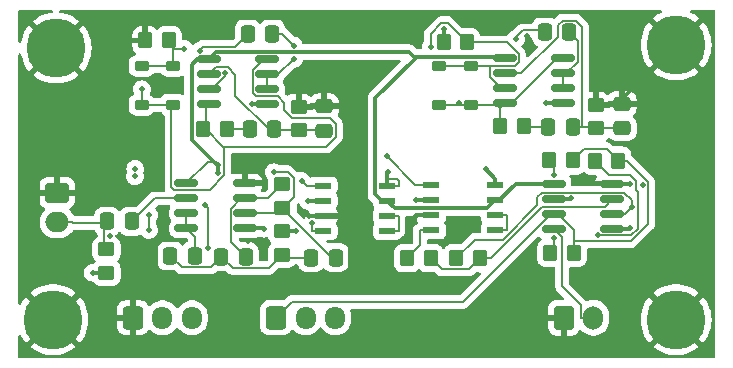
<source format=gbl>
%TF.GenerationSoftware,KiCad,Pcbnew,8.0.0*%
%TF.CreationDate,2024-03-25T10:57:50+01:00*%
%TF.ProjectId,MicAmp,4d696341-6d70-42e6-9b69-6361645f7063,v2*%
%TF.SameCoordinates,Original*%
%TF.FileFunction,Copper,L4,Bot*%
%TF.FilePolarity,Positive*%
%FSLAX46Y46*%
G04 Gerber Fmt 4.6, Leading zero omitted, Abs format (unit mm)*
G04 Created by KiCad (PCBNEW 8.0.0) date 2024-03-25 10:57:50*
%MOMM*%
%LPD*%
G01*
G04 APERTURE LIST*
G04 Aperture macros list*
%AMRoundRect*
0 Rectangle with rounded corners*
0 $1 Rounding radius*
0 $2 $3 $4 $5 $6 $7 $8 $9 X,Y pos of 4 corners*
0 Add a 4 corners polygon primitive as box body*
4,1,4,$2,$3,$4,$5,$6,$7,$8,$9,$2,$3,0*
0 Add four circle primitives for the rounded corners*
1,1,$1+$1,$2,$3*
1,1,$1+$1,$4,$5*
1,1,$1+$1,$6,$7*
1,1,$1+$1,$8,$9*
0 Add four rect primitives between the rounded corners*
20,1,$1+$1,$2,$3,$4,$5,0*
20,1,$1+$1,$4,$5,$6,$7,0*
20,1,$1+$1,$6,$7,$8,$9,0*
20,1,$1+$1,$8,$9,$2,$3,0*%
G04 Aperture macros list end*
%TA.AperFunction,ComponentPad*%
%ADD10RoundRect,0.250000X-0.750000X0.600000X-0.750000X-0.600000X0.750000X-0.600000X0.750000X0.600000X0*%
%TD*%
%TA.AperFunction,ComponentPad*%
%ADD11O,2.000000X1.700000*%
%TD*%
%TA.AperFunction,ComponentPad*%
%ADD12RoundRect,0.250000X-0.600000X-0.750000X0.600000X-0.750000X0.600000X0.750000X-0.600000X0.750000X0*%
%TD*%
%TA.AperFunction,ComponentPad*%
%ADD13O,1.700000X2.000000*%
%TD*%
%TA.AperFunction,ComponentPad*%
%ADD14C,2.900000*%
%TD*%
%TA.AperFunction,ConnectorPad*%
%ADD15C,5.000000*%
%TD*%
%TA.AperFunction,ComponentPad*%
%ADD16RoundRect,0.250000X-0.600000X-0.725000X0.600000X-0.725000X0.600000X0.725000X-0.600000X0.725000X0*%
%TD*%
%TA.AperFunction,ComponentPad*%
%ADD17O,1.700000X1.950000*%
%TD*%
%TA.AperFunction,SMDPad,CuDef*%
%ADD18RoundRect,0.150000X-0.825000X-0.150000X0.825000X-0.150000X0.825000X0.150000X-0.825000X0.150000X0*%
%TD*%
%TA.AperFunction,SMDPad,CuDef*%
%ADD19RoundRect,0.225000X-0.375000X0.225000X-0.375000X-0.225000X0.375000X-0.225000X0.375000X0.225000X0*%
%TD*%
%TA.AperFunction,SMDPad,CuDef*%
%ADD20RoundRect,0.250000X-0.350000X-0.450000X0.350000X-0.450000X0.350000X0.450000X-0.350000X0.450000X0*%
%TD*%
%TA.AperFunction,SMDPad,CuDef*%
%ADD21RoundRect,0.250000X0.450000X-0.350000X0.450000X0.350000X-0.450000X0.350000X-0.450000X-0.350000X0*%
%TD*%
%TA.AperFunction,SMDPad,CuDef*%
%ADD22RoundRect,0.250000X-0.450000X0.350000X-0.450000X-0.350000X0.450000X-0.350000X0.450000X0.350000X0*%
%TD*%
%TA.AperFunction,SMDPad,CuDef*%
%ADD23RoundRect,0.225000X0.375000X-0.225000X0.375000X0.225000X-0.375000X0.225000X-0.375000X-0.225000X0*%
%TD*%
%TA.AperFunction,SMDPad,CuDef*%
%ADD24RoundRect,0.250000X0.350000X0.450000X-0.350000X0.450000X-0.350000X-0.450000X0.350000X-0.450000X0*%
%TD*%
%TA.AperFunction,SMDPad,CuDef*%
%ADD25RoundRect,0.250000X-0.337500X-0.475000X0.337500X-0.475000X0.337500X0.475000X-0.337500X0.475000X0*%
%TD*%
%TA.AperFunction,SMDPad,CuDef*%
%ADD26RoundRect,0.250000X-0.475000X0.337500X-0.475000X-0.337500X0.475000X-0.337500X0.475000X0.337500X0*%
%TD*%
%TA.AperFunction,SMDPad,CuDef*%
%ADD27RoundRect,0.250000X0.337500X0.475000X-0.337500X0.475000X-0.337500X-0.475000X0.337500X-0.475000X0*%
%TD*%
%TA.AperFunction,SMDPad,CuDef*%
%ADD28R,1.460500X0.533400*%
%TD*%
%TA.AperFunction,ViaPad*%
%ADD29C,0.500000*%
%TD*%
%TA.AperFunction,Conductor*%
%ADD30C,0.150000*%
%TD*%
%TA.AperFunction,Conductor*%
%ADD31C,0.300000*%
%TD*%
%ADD32C,0.300000*%
%ADD33C,0.350000*%
G04 APERTURE END LIST*
D10*
%TO.P,Mic_In,1,Pin_1*%
%TO.N,GND*%
X99231900Y-118060200D03*
D11*
%TO.P,Mic_In,2,Pin_2*%
%TO.N,Net-(Mic_In1-Pin_2)*%
X99231900Y-120560200D03*
%TD*%
D12*
%TO.P,Out_Audio,1,Pin_1*%
%TO.N,GND*%
X142126500Y-128646400D03*
D13*
%TO.P,Out_Audio,2,Pin_2*%
%TO.N,/Out_Audio*%
X144626500Y-128646400D03*
%TD*%
D14*
%TO.P,H1,1,1*%
%TO.N,GND*%
X99135500Y-105805600D03*
D15*
X99135500Y-105805600D03*
%TD*%
D14*
%TO.P,H3,1,1*%
%TO.N,GND*%
X98864800Y-128804100D03*
D15*
X98864800Y-128804100D03*
%TD*%
D16*
%TO.P,Supp_MicAmp1,1,Pin_1*%
%TO.N,GND*%
X105636700Y-128646400D03*
D17*
%TO.P,Supp_MicAmp1,2,Pin_2*%
%TO.N,/5V_In*%
X108136700Y-128646400D03*
%TO.P,Supp_MicAmp1,3,Pin_3*%
%TO.N,/-5V_In*%
X110636700Y-128646400D03*
%TD*%
D16*
%TO.P,Volume_Audio,1,Pin_1*%
%TO.N,Net-(U7A--)*%
X117766800Y-128646400D03*
D17*
%TO.P,Volume_Audio,2,Pin_2*%
%TO.N,/Out_Audio*%
X120266800Y-128646400D03*
%TO.P,Volume_Audio,3,Pin_3*%
X122766800Y-128646400D03*
%TD*%
D14*
%TO.P,H4,1,1*%
%TO.N,GND*%
X151623700Y-128804100D03*
D15*
X151623700Y-128804100D03*
%TD*%
D14*
%TO.P,H2,1,1*%
%TO.N,GND*%
X151623700Y-105540300D03*
D15*
X151623700Y-105540300D03*
%TD*%
D18*
%TO.P,U7,1*%
%TO.N,/Out_Audio*%
X141282700Y-121129400D03*
%TO.P,U7,2,-*%
%TO.N,Net-(U7A--)*%
X141282700Y-119859400D03*
%TO.P,U7,3,+*%
%TO.N,GND*%
X141282700Y-118589400D03*
%TO.P,U7,4,V-*%
%TO.N,-5V*%
X141282700Y-117319400D03*
%TO.P,U7,5,+*%
%TO.N,GND*%
X146232700Y-117319400D03*
%TO.P,U7,6,-*%
%TO.N,Net-(U7B--)*%
X146232700Y-118589400D03*
%TO.P,U7,7*%
%TO.N,Net-(Mic_Out1-Pad3)*%
X146232700Y-119859400D03*
%TO.P,U7,8,V+*%
%TO.N,+5V*%
X146232700Y-121129400D03*
%TD*%
D19*
%TO.P,D1,1,K*%
%TO.N,Net-(D1-K)*%
X109030600Y-107314500D03*
%TO.P,D1,2,A*%
%TO.N,Net-(D1-A)*%
X109030600Y-110614500D03*
%TD*%
D20*
%TO.P,R5,1*%
%TO.N,GND*%
X131943100Y-105325100D03*
%TO.P,R5,2*%
%TO.N,Net-(D3-K)*%
X133943100Y-105325100D03*
%TD*%
D21*
%TO.P,R8,1*%
%TO.N,Net-(C6-Pad2)*%
X118272600Y-123333300D03*
%TO.P,R8,2*%
%TO.N,GND*%
X118272600Y-121333300D03*
%TD*%
D22*
%TO.P,R9,1*%
%TO.N,Net-(U1B--)*%
X118303900Y-117328000D03*
%TO.P,R9,2*%
%TO.N,Net-(C8-Pad2)*%
X118303900Y-119328000D03*
%TD*%
D23*
%TO.P,D4,1,K*%
%TO.N,Net-(D3-A)*%
X131592400Y-110603700D03*
%TO.P,D4,2,A*%
%TO.N,Net-(D3-K)*%
X131592400Y-107303700D03*
%TD*%
D18*
%TO.P,U1,1*%
%TO.N,Net-(U1A--)*%
X110165000Y-121074100D03*
%TO.P,U1,2,-*%
X110165000Y-119804100D03*
%TO.P,U1,3,+*%
%TO.N,Net-(U1A-+)*%
X110165000Y-118534100D03*
%TO.P,U1,4,V-*%
%TO.N,-5V*%
X110165000Y-117264100D03*
%TO.P,U1,5,+*%
%TO.N,GND*%
X115115000Y-117264100D03*
%TO.P,U1,6,-*%
%TO.N,Net-(U1B--)*%
X115115000Y-118534100D03*
%TO.P,U1,7*%
%TO.N,Net-(C8-Pad2)*%
X115115000Y-119804100D03*
%TO.P,U1,8,V+*%
%TO.N,+5V*%
X115115000Y-121074100D03*
%TD*%
D20*
%TO.P,R18,1*%
%TO.N,Net-(Mic_Out1-Pad3)*%
X133008900Y-123606300D03*
%TO.P,R18,2*%
%TO.N,Net-(U7B--)*%
X135008900Y-123606300D03*
%TD*%
D24*
%TO.P,R14,1*%
%TO.N,Net-(U7A--)*%
X142863000Y-115323300D03*
%TO.P,R14,2*%
%TO.N,Net-(R14-Pad2)*%
X140863000Y-115323300D03*
%TD*%
D25*
%TO.P,C7,1*%
%TO.N,Net-(C6-Pad2)*%
X113116500Y-123480400D03*
%TO.P,C7,2*%
%TO.N,Net-(U1B--)*%
X115191500Y-123480400D03*
%TD*%
D24*
%TO.P,R17,1*%
%TO.N,Net-(U7B--)*%
X130845900Y-123606300D03*
%TO.P,R17,2*%
%TO.N,Net-(U6-OUT)*%
X128845900Y-123606300D03*
%TD*%
%TO.P,R15,1*%
%TO.N,Net-(U7A--)*%
X142971600Y-123146600D03*
%TO.P,R15,2*%
%TO.N,Net-(R15-Pad2)*%
X140971600Y-123146600D03*
%TD*%
D22*
%TO.P,R2,1*%
%TO.N,GND*%
X119665000Y-110781500D03*
%TO.P,R2,2*%
%TO.N,Net-(U2A-+)*%
X119665000Y-112781500D03*
%TD*%
D20*
%TO.P,R4,1*%
%TO.N,GND*%
X106697700Y-105166000D03*
%TO.P,R4,2*%
%TO.N,Net-(D1-K)*%
X108697700Y-105166000D03*
%TD*%
D26*
%TO.P,C1,1*%
%TO.N,GND*%
X121841900Y-110738100D03*
%TO.P,C1,2*%
%TO.N,Net-(U2A-+)*%
X121841900Y-112813100D03*
%TD*%
D18*
%TO.P,U3,1*%
%TO.N,Net-(D3-A)*%
X137132500Y-110496100D03*
%TO.P,U3,2,-*%
%TO.N,Net-(D3-K)*%
X137132500Y-109226100D03*
%TO.P,U3,3,+*%
%TO.N,Net-(U3A-+)*%
X137132500Y-107956100D03*
%TO.P,U3,4,V-*%
%TO.N,-5V*%
X137132500Y-106686100D03*
%TO.P,U3,5,+*%
%TO.N,Net-(D3-A)*%
X142082500Y-106686100D03*
%TO.P,U3,6,-*%
%TO.N,Net-(U3B--)*%
X142082500Y-107956100D03*
%TO.P,U3,7*%
X142082500Y-109226100D03*
%TO.P,U3,8,V+*%
%TO.N,+5V*%
X142082500Y-110496100D03*
%TD*%
D23*
%TO.P,D2,1,K*%
%TO.N,Net-(D1-A)*%
X106381900Y-110629500D03*
%TO.P,D2,2,A*%
%TO.N,Net-(D1-K)*%
X106381900Y-107329500D03*
%TD*%
D27*
%TO.P,C6,1*%
%TO.N,Net-(U1A--)*%
X110895100Y-123416300D03*
%TO.P,C6,2*%
%TO.N,Net-(C6-Pad2)*%
X108820100Y-123416300D03*
%TD*%
D28*
%TO.P,U4,1,CLK*%
%TO.N,Net-(U4-CLK)*%
X127184150Y-117475000D03*
%TO.P,U4,2,V-*%
%TO.N,-5V*%
X127184150Y-118745000D03*
%TO.P,U4,3,OPOUT*%
%TO.N,Net-(U4-OPIN-)*%
X127184150Y-120015000D03*
%TO.P,U4,4,OPIN-*%
X127184150Y-121285000D03*
%TO.P,U4,5,OUT*%
%TO.N,Net-(U4-OUT)*%
X121735850Y-121285000D03*
%TO.P,U4,6,GND*%
%TO.N,GND*%
X121735850Y-120015000D03*
%TO.P,U4,7,V+*%
%TO.N,+5V*%
X121735850Y-118745000D03*
%TO.P,U4,8,IN*%
%TO.N,Net-(U4-IN)*%
X121735850Y-117475000D03*
%TD*%
D24*
%TO.P,R6,1*%
%TO.N,Net-(C4-Pad2)*%
X113614000Y-112697000D03*
%TO.P,R6,2*%
%TO.N,Net-(D1-A)*%
X111614000Y-112697000D03*
%TD*%
D27*
%TO.P,C5,1*%
%TO.N,Net-(U3A-+)*%
X142864500Y-112484800D03*
%TO.P,C5,2*%
%TO.N,Net-(C5-Pad2)*%
X140789500Y-112484800D03*
%TD*%
D25*
%TO.P,C8,1*%
%TO.N,Net-(C6-Pad2)*%
X120719800Y-123544500D03*
%TO.P,C8,2*%
%TO.N,Net-(C8-Pad2)*%
X122794800Y-123544500D03*
%TD*%
D27*
%TO.P,C9,1*%
%TO.N,Net-(U2B--)*%
X117450000Y-104618400D03*
%TO.P,C9,2*%
%TO.N,Net-(C9-Pad2)*%
X115375000Y-104618400D03*
%TD*%
D19*
%TO.P,D3,1,K*%
%TO.N,Net-(D3-K)*%
X134253500Y-107316700D03*
%TO.P,D3,2,A*%
%TO.N,Net-(D3-A)*%
X134253500Y-110616700D03*
%TD*%
D24*
%TO.P,R16,1*%
%TO.N,Net-(U7A--)*%
X146746600Y-115336400D03*
%TO.P,R16,2*%
%TO.N,Net-(R16-Pad2)*%
X144746600Y-115336400D03*
%TD*%
D22*
%TO.P,R3,1*%
%TO.N,GND*%
X144810500Y-110616900D03*
%TO.P,R3,2*%
%TO.N,Net-(U3A-+)*%
X144810500Y-112616900D03*
%TD*%
D24*
%TO.P,R7,1*%
%TO.N,Net-(C5-Pad2)*%
X138712000Y-112438000D03*
%TO.P,R7,2*%
%TO.N,Net-(D3-A)*%
X136712000Y-112438000D03*
%TD*%
D27*
%TO.P,C10,1*%
%TO.N,Net-(U3B--)*%
X142590100Y-104454300D03*
%TO.P,C10,2*%
%TO.N,Net-(C10-Pad2)*%
X140515100Y-104454300D03*
%TD*%
D21*
%TO.P,R1,1*%
%TO.N,+5V*%
X103397000Y-124848100D03*
%TO.P,R1,2*%
%TO.N,Net-(Mic_In1-Pin_2)*%
X103397000Y-122848100D03*
%TD*%
D25*
%TO.P,C3,1*%
%TO.N,Net-(Mic_In1-Pin_2)*%
X103452200Y-120482600D03*
%TO.P,C3,2*%
%TO.N,Net-(U1A-+)*%
X105527200Y-120482600D03*
%TD*%
D28*
%TO.P,U6,1,CLK*%
%TO.N,Net-(U6-CLK)*%
X136332750Y-117432200D03*
%TO.P,U6,2,V-*%
%TO.N,-5V*%
X136332750Y-118702200D03*
%TO.P,U6,3,OPOUT*%
%TO.N,Net-(U6-OPIN-)*%
X136332750Y-119972200D03*
%TO.P,U6,4,OPIN-*%
X136332750Y-121242200D03*
%TO.P,U6,5,OUT*%
%TO.N,Net-(U6-OUT)*%
X130884450Y-121242200D03*
%TO.P,U6,6,GND*%
%TO.N,GND*%
X130884450Y-119972200D03*
%TO.P,U6,7,V+*%
%TO.N,+5V*%
X130884450Y-118702200D03*
%TO.P,U6,8,IN*%
%TO.N,Net-(U6-IN)*%
X130884450Y-117432200D03*
%TD*%
D26*
%TO.P,C2,1*%
%TO.N,GND*%
X147055400Y-110536300D03*
%TO.P,C2,2*%
%TO.N,Net-(U3A-+)*%
X147055400Y-112611300D03*
%TD*%
D27*
%TO.P,C4,1*%
%TO.N,Net-(U2A-+)*%
X117610600Y-112659000D03*
%TO.P,C4,2*%
%TO.N,Net-(C4-Pad2)*%
X115535600Y-112659000D03*
%TD*%
D18*
%TO.P,U2,1*%
%TO.N,Net-(D1-A)*%
X112063200Y-110566800D03*
%TO.P,U2,2,-*%
%TO.N,Net-(D1-K)*%
X112063200Y-109296800D03*
%TO.P,U2,3,+*%
%TO.N,Net-(U2A-+)*%
X112063200Y-108026800D03*
%TO.P,U2,4,V-*%
%TO.N,-5V*%
X112063200Y-106756800D03*
%TO.P,U2,5,+*%
%TO.N,Net-(D1-A)*%
X117013200Y-106756800D03*
%TO.P,U2,6,-*%
%TO.N,Net-(U2B--)*%
X117013200Y-108026800D03*
%TO.P,U2,7*%
X117013200Y-109296800D03*
%TO.P,U2,8,V+*%
%TO.N,+5V*%
X117013200Y-110566800D03*
%TD*%
D29*
%TO.N,-5V*%
X112839000Y-115749000D03*
X112861000Y-116372000D03*
%TO.N,Net-(C8-Pad2)*%
X117578500Y-116327300D03*
%TO.N,+5V*%
X147713000Y-121022000D03*
X115690000Y-110507000D03*
X102218000Y-124824000D03*
X116704000Y-121103000D03*
X105840000Y-116050000D03*
X129597000Y-118693000D03*
X140651000Y-110443000D03*
X105818000Y-116673000D03*
X120445000Y-118727000D03*
%TO.N,GND*%
X129625000Y-120011000D03*
X106701000Y-103953000D03*
X123251000Y-110718000D03*
X119414000Y-121276000D03*
X115351000Y-122126000D03*
X113571000Y-104704000D03*
X108974000Y-130693000D03*
X109962000Y-130693000D03*
X134239000Y-120667000D03*
X116616000Y-117248000D03*
X108116000Y-130672000D03*
X138970000Y-104783000D03*
X131941000Y-104210000D03*
X125093000Y-120667000D03*
X148787000Y-117380000D03*
X142710000Y-118541000D03*
X103693000Y-121761000D03*
X120509000Y-120009000D03*
X108116000Y-119399000D03*
X147714000Y-117323000D03*
%TO.N,Net-(C9-Pad2)*%
X111284400Y-106028100D03*
%TO.N,Net-(C10-Pad2)*%
X138065300Y-105019600D03*
%TO.N,Net-(C13-Pad1)*%
X106999800Y-121196400D03*
X106999800Y-119951000D03*
%TO.N,Net-(U6-CLK)*%
X135492000Y-116089000D03*
%TO.N,Net-(R14-Pad2)*%
X141251300Y-116521500D03*
%TO.N,Net-(R15-Pad2)*%
X141314600Y-121856700D03*
%TO.N,Net-(D1-K)*%
X109969500Y-105884400D03*
X113440500Y-107892100D03*
%TO.N,Net-(D1-A)*%
X106396700Y-109296900D03*
%TO.N,Net-(D3-K)*%
X130858000Y-105679500D03*
%TO.N,Net-(D3-A)*%
X133246600Y-110444500D03*
%TO.N,Net-(U6-IN)*%
X127113900Y-114986500D03*
%TO.N,Net-(U2B--)*%
X119273700Y-105593200D03*
X119273700Y-106716700D03*
%TO.N,Net-(U4-CLK)*%
X127218000Y-116319000D03*
%TO.N,Net-(R16-Pad2)*%
X145010100Y-121675000D03*
%TO.N,Net-(C14-Pad2)*%
X112005800Y-122754600D03*
X111742800Y-119120200D03*
%TO.N,Net-(U4-IN)*%
X119914300Y-117043900D03*
%TO.N,Net-(U4-OUT)*%
X120795500Y-120658600D03*
%TO.N,Net-(Mic_Out1-Pad3)*%
X147862000Y-119272600D03*
%TD*%
D30*
%TO.N,Net-(U1A--)*%
X110895100Y-121804200D02*
X110165000Y-121074100D01*
X110895100Y-123416300D02*
X110895100Y-121804200D01*
X110165000Y-119804100D02*
X110165000Y-121074100D01*
%TO.N,Net-(U1A-+)*%
X105527200Y-120482600D02*
X107475700Y-118534100D01*
X107475700Y-118534100D02*
X110165000Y-118534100D01*
D31*
%TO.N,-5V*%
X126721000Y-118745000D02*
X127184000Y-118745000D01*
D30*
X137066400Y-106620000D02*
X137132500Y-106686100D01*
X141282300Y-117319000D02*
X141282700Y-117319400D01*
D31*
X112839000Y-116351000D02*
X112861000Y-116372000D01*
X129491100Y-106728900D02*
X126154000Y-110066000D01*
X135655000Y-119380000D02*
X136332700Y-118702300D01*
X112663000Y-106157000D02*
X112063200Y-106756800D01*
X137000000Y-106554000D02*
X129414000Y-106554000D01*
D30*
X137066000Y-106620000D02*
X137066400Y-106620000D01*
D31*
X129540000Y-106680000D02*
X129491100Y-106728900D01*
D30*
X129491100Y-106728900D02*
X129491100Y-106631100D01*
D31*
X137132000Y-106686000D02*
X137066000Y-106620000D01*
X137066000Y-106620000D02*
X137000000Y-106554000D01*
X127184000Y-118745000D02*
X127184100Y-118745100D01*
X126154000Y-118178000D02*
X126721000Y-118745000D01*
X110641000Y-107204000D02*
X110641000Y-113551000D01*
X110641000Y-113551000D02*
X112545100Y-115455100D01*
X136332700Y-118702300D02*
X136333000Y-118702000D01*
X127184100Y-118745100D02*
X127819000Y-119380000D01*
D30*
X110165000Y-117264100D02*
X111974000Y-115455100D01*
D31*
X112063000Y-106757000D02*
X111088000Y-106757000D01*
D30*
X136332700Y-118702300D02*
X136332700Y-118702200D01*
D31*
X112545100Y-115455100D02*
X112839000Y-115749000D01*
X111088000Y-106757000D02*
X110641000Y-107204000D01*
X129017000Y-106157000D02*
X112663000Y-106157000D01*
X138042000Y-117319000D02*
X141282300Y-117319000D01*
X127819000Y-119380000D02*
X135655000Y-119380000D01*
X112063200Y-106756800D02*
X112063000Y-106757000D01*
X141282300Y-117319000D02*
X141283000Y-117319000D01*
X126154000Y-110066000D02*
X126154000Y-118178000D01*
X136333000Y-118702000D02*
X136660000Y-118702000D01*
D30*
X127184100Y-118745100D02*
X127184100Y-118745000D01*
X111974000Y-115455100D02*
X112545100Y-115455100D01*
D31*
X112839000Y-115749000D02*
X112839000Y-116351000D01*
D30*
X129491100Y-106631100D02*
X129414000Y-106554000D01*
D31*
X136660000Y-118702000D02*
X138042000Y-117319000D01*
X129414000Y-106554000D02*
X129017000Y-106157000D01*
D30*
%TO.N,Net-(C8-Pad2)*%
X122794800Y-123544500D02*
X122520400Y-123544500D01*
X118784900Y-116327300D02*
X117578500Y-116327300D01*
X115115000Y-119804100D02*
X117827800Y-119804100D01*
X122520400Y-123544500D02*
X118303900Y-119328000D01*
X119246500Y-116788900D02*
X118784900Y-116327300D01*
X118303900Y-119328000D02*
X119246500Y-118385400D01*
X119246500Y-118385400D02*
X119246500Y-116788900D01*
X117827800Y-119804100D02*
X118303900Y-119328000D01*
%TO.N,Net-(U1B--)*%
X113905800Y-119426000D02*
X114797700Y-118534100D01*
X113905800Y-122194700D02*
X113905800Y-119426000D01*
X118303900Y-117328000D02*
X117097800Y-118534100D01*
X115191500Y-123480400D02*
X113905800Y-122194700D01*
X114797700Y-118534100D02*
X115115000Y-118534100D01*
X117097800Y-118534100D02*
X115115000Y-118534100D01*
D31*
%TO.N,+5V*%
X115115000Y-121074000D02*
X115115100Y-121074000D01*
X146233100Y-121129000D02*
X147606000Y-121129000D01*
X120463000Y-118745000D02*
X120445000Y-118727000D01*
X130884000Y-118702000D02*
X129607000Y-118702000D01*
D30*
X117013000Y-110567000D02*
X117013200Y-110566800D01*
X103396900Y-124848000D02*
X103397000Y-124848100D01*
X142082400Y-110496000D02*
X142082500Y-110496100D01*
D31*
X115749000Y-110567000D02*
X115690000Y-110507000D01*
X116675000Y-121074000D02*
X116704000Y-121103000D01*
X115115100Y-121074000D02*
X116675000Y-121074000D01*
X142082000Y-110496000D02*
X140704000Y-110496000D01*
X129607000Y-118702000D02*
X129597000Y-118693000D01*
X140704000Y-110496000D02*
X140651000Y-110443000D01*
D30*
X146233100Y-121129000D02*
X146232700Y-121129400D01*
D31*
X147606000Y-121129000D02*
X147713000Y-121022000D01*
X117013000Y-110567000D02*
X115749000Y-110567000D01*
D30*
X130884200Y-118702000D02*
X130884400Y-118702200D01*
D31*
X121736000Y-118745000D02*
X121735800Y-118745000D01*
D30*
X130884000Y-118702000D02*
X130884200Y-118702000D01*
D31*
X103396900Y-124848000D02*
X102242000Y-124848000D01*
X146233000Y-121129000D02*
X146233100Y-121129000D01*
X102242000Y-124848000D02*
X102218000Y-124824000D01*
X121735800Y-118745000D02*
X120463000Y-118745000D01*
X103397000Y-124848000D02*
X103396900Y-124848000D01*
D30*
X142082000Y-110496000D02*
X142082400Y-110496000D01*
X115115100Y-121074000D02*
X115115000Y-121074100D01*
%TO.N,Net-(U2A-+)*%
X117733100Y-112781500D02*
X119665000Y-112781500D01*
X121810300Y-112781500D02*
X121841900Y-112813100D01*
X119665000Y-112781500D02*
X121810300Y-112781500D01*
X114323800Y-108056200D02*
X114323800Y-109849600D01*
X113675200Y-107407600D02*
X114323800Y-108056200D01*
X112682400Y-107407600D02*
X113675200Y-107407600D01*
X112063200Y-108026800D02*
X112682400Y-107407600D01*
X117133200Y-112659000D02*
X117610600Y-112659000D01*
X114323800Y-109849600D02*
X117133200Y-112659000D01*
X117610600Y-112659000D02*
X117733100Y-112781500D01*
%TO.N,GND*%
X141283100Y-118589000D02*
X141282700Y-118589400D01*
D31*
X141283100Y-118589000D02*
X142661000Y-118589000D01*
X123230000Y-110738000D02*
X123251000Y-110718000D01*
X146233100Y-117319000D02*
X147711000Y-117319000D01*
X120515000Y-120015000D02*
X120509000Y-120009000D01*
D30*
X106697700Y-104561300D02*
X106697700Y-105166000D01*
D31*
X118273000Y-121333000D02*
X119357000Y-121333000D01*
X106698000Y-104561000D02*
X106698000Y-103956000D01*
X147711000Y-117319000D02*
X147714000Y-117323000D01*
D30*
X131943000Y-104768500D02*
X131943100Y-104768600D01*
X144810600Y-110617000D02*
X144810500Y-110616900D01*
D31*
X131943000Y-104768500D02*
X131943000Y-104212000D01*
X119665500Y-110782000D02*
X121798000Y-110782000D01*
D30*
X147015200Y-110576500D02*
X147055400Y-110536300D01*
X130884200Y-119972000D02*
X130884400Y-119972200D01*
D31*
X106698000Y-105166000D02*
X106698000Y-104561000D01*
X121736000Y-120015000D02*
X121735800Y-120015000D01*
X119357000Y-121333000D02*
X119414000Y-121276000D01*
D30*
X106698000Y-104561000D02*
X106697700Y-104561300D01*
D31*
X131943000Y-105325000D02*
X131943000Y-104768500D01*
D30*
X115115100Y-117264000D02*
X115115000Y-117264100D01*
D31*
X119665000Y-110782000D02*
X119665500Y-110782000D01*
X130884000Y-119972000D02*
X129664000Y-119972000D01*
X147015000Y-110576500D02*
X147055000Y-110536000D01*
X146233000Y-117319000D02*
X146233100Y-117319000D01*
X121841900Y-110738100D02*
X121842000Y-110738000D01*
D30*
X118273000Y-121333000D02*
X118272900Y-121333000D01*
D31*
X121798000Y-110782000D02*
X121841900Y-110738100D01*
X147055000Y-110536000D02*
X147055000Y-110109000D01*
X151623700Y-105540300D02*
X151624000Y-105540000D01*
X146975000Y-110617000D02*
X147015000Y-110576500D01*
X147055000Y-110109000D02*
X151623700Y-105540300D01*
X115115100Y-117264000D02*
X116599000Y-117264000D01*
D30*
X119665500Y-110782000D02*
X119665000Y-110781500D01*
D31*
X115115000Y-117264000D02*
X115115100Y-117264000D01*
X129664000Y-119972000D02*
X129625000Y-120011000D01*
D30*
X130884000Y-119972000D02*
X130884200Y-119972000D01*
X118272900Y-121333000D02*
X118272600Y-121333300D01*
D31*
X141283000Y-118589000D02*
X141283100Y-118589000D01*
X116599000Y-117264000D02*
X116616000Y-117248000D01*
D30*
X147015000Y-110576500D02*
X147015200Y-110576500D01*
D31*
X106698000Y-103956000D02*
X106701000Y-103953000D01*
D30*
X131943100Y-104768600D02*
X131943100Y-105325100D01*
D31*
X144810600Y-110617000D02*
X146975000Y-110617000D01*
X144810000Y-110617000D02*
X144810600Y-110617000D01*
X121842000Y-110738000D02*
X123230000Y-110738000D01*
X131943000Y-104212000D02*
X131941000Y-104210000D01*
D30*
X146233100Y-117319000D02*
X146232700Y-117319400D01*
D31*
X142661000Y-118589000D02*
X142710000Y-118541000D01*
X121735800Y-120015000D02*
X120515000Y-120015000D01*
D30*
%TO.N,Net-(C9-Pad2)*%
X114288700Y-105704700D02*
X111607800Y-105704700D01*
X115375000Y-104618400D02*
X114288700Y-105704700D01*
X111607800Y-105704700D02*
X111284400Y-106028100D01*
%TO.N,Net-(Mic_In1-Pin_2)*%
X103216300Y-120642600D02*
X100541000Y-120642600D01*
X99231900Y-120560200D02*
X100458600Y-120560200D01*
X103292200Y-120642600D02*
X103216300Y-120642600D01*
X103452200Y-120482600D02*
X103292200Y-120642600D01*
X103216300Y-120642600D02*
X103216300Y-122667400D01*
X100541000Y-120642600D02*
X100458600Y-120560200D01*
X103216300Y-122667400D02*
X103397000Y-122848100D01*
%TO.N,Net-(C10-Pad2)*%
X138637400Y-104306300D02*
X138065300Y-104878400D01*
X140367100Y-104306300D02*
X138637400Y-104306300D01*
X140515100Y-104454300D02*
X140367100Y-104306300D01*
X138065300Y-104878400D02*
X138065300Y-105019600D01*
%TO.N,Net-(U3A-+)*%
X138535700Y-107956100D02*
X137132500Y-107956100D01*
X143157900Y-103482500D02*
X142018600Y-103482500D01*
X143665400Y-103990000D02*
X143157900Y-103482500D01*
X141658800Y-103842300D02*
X141658800Y-104833000D01*
X144678400Y-112484800D02*
X144810500Y-112616900D01*
X141658800Y-104833000D02*
X138535700Y-107956100D01*
X142864500Y-112484800D02*
X143665400Y-112484800D01*
X143665400Y-112484800D02*
X143665400Y-103990000D01*
X143665400Y-112484800D02*
X144678400Y-112484800D01*
X142018600Y-103482500D02*
X141658800Y-103842300D01*
X147055400Y-112611300D02*
X147049800Y-112616900D01*
X147049800Y-112616900D02*
X144810500Y-112616900D01*
%TO.N,Net-(U3B--)*%
X143309000Y-105173200D02*
X143309000Y-106978900D01*
X142082500Y-107956100D02*
X142082500Y-109226100D01*
X143309000Y-106978900D02*
X142331800Y-107956100D01*
X142590100Y-104454300D02*
X143309000Y-105173200D01*
X142331800Y-107956100D02*
X142082500Y-107956100D01*
%TO.N,Net-(C13-Pad1)*%
X106999800Y-119951000D02*
X106999800Y-121196400D01*
D31*
%TO.N,Net-(U6-CLK)*%
X136333000Y-116930000D02*
X135492000Y-116089000D01*
X136333000Y-117432000D02*
X136333000Y-116930000D01*
D30*
X136332700Y-117432200D02*
X136332800Y-117432200D01*
X136332800Y-117432200D02*
X136333000Y-117432000D01*
%TO.N,Net-(R14-Pad2)*%
X141251300Y-115711600D02*
X141251300Y-116521500D01*
X140863000Y-115323300D02*
X141251300Y-115711600D01*
%TO.N,Net-(R15-Pad2)*%
X140971600Y-123146600D02*
X141314600Y-122803600D01*
X141314600Y-122803600D02*
X141314600Y-121856700D01*
%TO.N,Net-(C6-Pad2)*%
X120719800Y-123544500D02*
X118483800Y-123544500D01*
X112222100Y-124374800D02*
X113116500Y-123480400D01*
X109778600Y-124374800D02*
X112222100Y-124374800D01*
X108820100Y-123416300D02*
X109778600Y-124374800D01*
X117166400Y-124439500D02*
X118272600Y-123333300D01*
X114075600Y-124439500D02*
X117166400Y-124439500D01*
X118483800Y-123544500D02*
X118272600Y-123333300D01*
X113116500Y-123480400D02*
X114075600Y-124439500D01*
%TO.N,Net-(D1-K)*%
X106381900Y-107329500D02*
X109015600Y-107329500D01*
X112063200Y-109296800D02*
X112327700Y-109296800D01*
X108697700Y-105166000D02*
X109030600Y-105498900D01*
X112327700Y-109296800D02*
X113440500Y-108184000D01*
X109030600Y-105884400D02*
X109030600Y-107314500D01*
X113440500Y-108184000D02*
X113440500Y-107892100D01*
X109030600Y-105498900D02*
X109030600Y-105884400D01*
X109030600Y-105884400D02*
X109969500Y-105884400D01*
X109015600Y-107329500D02*
X109030600Y-107314500D01*
%TO.N,Net-(D1-A)*%
X118463100Y-110433000D02*
X118463100Y-111086400D01*
X122012100Y-114153900D02*
X113347800Y-114153900D01*
X108896400Y-117572300D02*
X108896400Y-110748700D01*
X118463100Y-111086400D02*
X119084500Y-111707800D01*
X119084500Y-111707800D02*
X122291300Y-111707800D01*
X111798800Y-112697000D02*
X111614000Y-112697000D01*
X115810900Y-107663800D02*
X115810900Y-109645600D01*
X111798800Y-112697000D02*
X111798800Y-110831200D01*
X111798800Y-110831200D02*
X112063200Y-110566800D01*
X117013200Y-106756800D02*
X116717900Y-106756800D01*
X122846900Y-112263400D02*
X122846900Y-113319100D01*
X106388600Y-110622800D02*
X106396700Y-110622800D01*
X106381900Y-110629500D02*
X106388600Y-110622800D01*
X108896400Y-110748700D02*
X109030600Y-110614500D01*
X113347800Y-114153900D02*
X113255700Y-114153900D01*
X108770500Y-110622800D02*
X108896400Y-110748700D01*
X112129800Y-117808000D02*
X109132100Y-117808000D01*
X116026500Y-109861200D02*
X117891300Y-109861200D01*
X113255700Y-114153900D02*
X111798800Y-112697000D01*
X122291300Y-111707800D02*
X122846900Y-112263400D01*
X115810900Y-109645600D02*
X116026500Y-109861200D01*
X122846900Y-113319100D02*
X122012100Y-114153900D01*
X106396700Y-110622800D02*
X106396700Y-109296900D01*
X106396700Y-110622800D02*
X108770500Y-110622800D01*
X109132100Y-117808000D02*
X108896400Y-117572300D01*
X113347800Y-114153900D02*
X113347800Y-116590000D01*
X116717900Y-106756800D02*
X115810900Y-107663800D01*
X113347800Y-116590000D02*
X112129800Y-117808000D01*
X117891300Y-109861200D02*
X118463100Y-110433000D01*
%TO.N,Net-(D3-K)*%
X138339600Y-107011500D02*
X138030000Y-107321100D01*
X138339600Y-106342800D02*
X138339600Y-107011500D01*
X135891800Y-107321100D02*
X135891800Y-108301000D01*
X131761200Y-103702600D02*
X132320600Y-103702600D01*
X135891800Y-108301000D02*
X136816900Y-109226100D01*
X135891800Y-107321100D02*
X134257900Y-107321100D01*
X130858000Y-104605800D02*
X131761200Y-103702600D01*
X138030000Y-107321100D02*
X135891800Y-107321100D01*
X137321900Y-105325100D02*
X138339600Y-106342800D01*
X131592400Y-107303700D02*
X134240500Y-107303700D01*
X136816900Y-109226100D02*
X137132500Y-109226100D01*
X134240500Y-107303700D02*
X134253500Y-107316700D01*
X132320600Y-103702600D02*
X133943100Y-105325100D01*
X130858000Y-105679500D02*
X130858000Y-104605800D01*
X133943100Y-105325100D02*
X137321900Y-105325100D01*
X134257900Y-107321100D02*
X134253500Y-107316700D01*
%TO.N,Net-(D3-A)*%
X137773400Y-110496100D02*
X137132500Y-110496100D01*
X134240500Y-110603700D02*
X134253500Y-110616700D01*
X136712000Y-112438000D02*
X136712000Y-110916600D01*
X131592400Y-110603700D02*
X133246600Y-110603700D01*
X142082500Y-106686100D02*
X141583400Y-106686100D01*
X141583400Y-106686100D02*
X137773400Y-110496100D01*
X133246600Y-110603700D02*
X134240500Y-110603700D01*
X136412100Y-110616700D02*
X136712000Y-110916600D01*
X133246600Y-110603700D02*
X133246600Y-110444500D01*
X136712000Y-110916600D02*
X137132500Y-110496100D01*
X134253500Y-110616700D02*
X136412100Y-110616700D01*
%TO.N,Net-(U6-IN)*%
X129559600Y-117432200D02*
X127113900Y-114986500D01*
X130884400Y-117432200D02*
X129559600Y-117432200D01*
%TO.N,Net-(C4-Pad2)*%
X115497600Y-112697000D02*
X115535600Y-112659000D01*
X113614000Y-112697000D02*
X115497600Y-112697000D01*
%TO.N,Net-(C5-Pad2)*%
X140789500Y-112484800D02*
X138758800Y-112484800D01*
X138758800Y-112484800D02*
X138712000Y-112438000D01*
%TO.N,Net-(U2B--)*%
X118298900Y-104618400D02*
X119273700Y-105593200D01*
X117450000Y-104618400D02*
X118298900Y-104618400D01*
X117013200Y-108026800D02*
X117013200Y-109296800D01*
X117963600Y-108026800D02*
X119273700Y-106716700D01*
X117013200Y-108026800D02*
X117963600Y-108026800D01*
%TO.N,Net-(U4-CLK)*%
X127184000Y-116914000D02*
X128000700Y-116914000D01*
D31*
X127184000Y-117475000D02*
X127184000Y-116914000D01*
D30*
X128000700Y-116914000D02*
X128141000Y-117054300D01*
X127184100Y-117475000D02*
X128141000Y-117475000D01*
X128141000Y-117054300D02*
X128141000Y-117475000D01*
D31*
X127184000Y-116914000D02*
X127184000Y-116353000D01*
X127184000Y-116353000D02*
X127218000Y-116319000D01*
D30*
%TO.N,Net-(R16-Pad2)*%
X147711800Y-116575500D02*
X148222100Y-117085800D01*
X148222100Y-117855100D02*
X148393800Y-118026800D01*
X144746600Y-115336400D02*
X145985700Y-116575500D01*
X148393800Y-121101300D02*
X147820100Y-121675000D01*
X148393800Y-118026800D02*
X148393800Y-121101300D01*
X148222100Y-117085800D02*
X148222100Y-117855100D01*
X145985700Y-116575500D02*
X147711800Y-116575500D01*
X147820100Y-121675000D02*
X145010100Y-121675000D01*
%TO.N,Net-(C14-Pad2)*%
X112005800Y-122754600D02*
X112005800Y-119383200D01*
X112005800Y-119383200D02*
X111742800Y-119120200D01*
%TO.N,Net-(U4-IN)*%
X120345400Y-117475000D02*
X119914300Y-117043900D01*
X121735800Y-117475000D02*
X120345400Y-117475000D01*
%TO.N,Net-(U4-OUT)*%
X120778800Y-121285000D02*
X120778800Y-120675300D01*
X120778800Y-120675300D02*
X120795500Y-120658600D01*
X121735800Y-121285000D02*
X120778800Y-121285000D01*
%TO.N,Net-(U6-OUT)*%
X129927400Y-121242200D02*
X129927400Y-122524800D01*
X130884400Y-121242200D02*
X129927400Y-121242200D01*
X129927400Y-122524800D02*
X128845900Y-123606300D01*
%TO.N,Net-(U4-OPIN-)*%
X127184100Y-120015000D02*
X128141000Y-120015000D01*
X128141000Y-120015000D02*
X128141000Y-121285000D01*
X127184100Y-121285000D02*
X128141000Y-121285000D01*
%TO.N,Net-(U6-OPIN-)*%
X136332700Y-119972200D02*
X137289600Y-119972200D01*
X136332700Y-121242200D02*
X137289600Y-121242200D01*
X137289600Y-119972200D02*
X137289600Y-121242200D01*
%TO.N,Net-(U7B--)*%
X140310200Y-119224900D02*
X145597200Y-119224900D01*
X134073200Y-124542000D02*
X135008900Y-123606300D01*
X145597200Y-119224900D02*
X146232700Y-118589400D01*
X135928800Y-123606300D02*
X140310200Y-119224900D01*
X131781600Y-124542000D02*
X134073200Y-124542000D01*
X130845900Y-123606300D02*
X131781600Y-124542000D01*
X135008900Y-123606300D02*
X135928800Y-123606300D01*
%TO.N,Net-(Mic_Out1-Pad3)*%
X134591400Y-122023800D02*
X133008900Y-123606300D01*
X140250700Y-118050900D02*
X139883600Y-118418000D01*
X147862000Y-119272600D02*
X147862000Y-118669400D01*
X136934700Y-122023800D02*
X134591400Y-122023800D01*
X146232700Y-119859400D02*
X147275200Y-119859400D01*
X147275200Y-119859400D02*
X147862000Y-119272600D01*
X147862000Y-118669400D02*
X147243500Y-118050900D01*
X147243500Y-118050900D02*
X140250700Y-118050900D01*
X139883600Y-119074900D02*
X136934700Y-122023800D01*
X139883600Y-118418000D02*
X139883600Y-119074900D01*
%TO.N,Net-(U7A--)*%
X142971600Y-122158800D02*
X142971600Y-121231500D01*
X149279000Y-120678300D02*
X149279000Y-117170900D01*
X142971600Y-122158800D02*
X147798500Y-122158800D01*
X146746600Y-115336400D02*
X145771900Y-114361700D01*
X141282700Y-119859400D02*
X141037800Y-119859400D01*
X133597000Y-127300200D02*
X119113000Y-127300200D01*
X147444500Y-115336400D02*
X146746600Y-115336400D01*
X141599500Y-119859400D02*
X141282700Y-119859400D01*
X145771900Y-114361700D02*
X143824600Y-114361700D01*
X149279000Y-117170900D02*
X147444500Y-115336400D01*
X142971600Y-123146600D02*
X142971600Y-122158800D01*
X119113000Y-127300200D02*
X117766800Y-128646400D01*
X147798500Y-122158800D02*
X149279000Y-120678300D01*
X141037800Y-119859400D02*
X133597000Y-127300200D01*
X142971600Y-121231500D02*
X141599500Y-119859400D01*
X143824600Y-114361700D02*
X142863000Y-115323300D01*
%TO.N,/Out_Audio*%
X141971600Y-125991500D02*
X141971600Y-121818300D01*
X141971600Y-121818300D02*
X141282700Y-121129400D01*
X143549800Y-128646400D02*
X143549800Y-127569700D01*
X143549800Y-127569700D02*
X141971600Y-125991500D01*
X144626500Y-128646400D02*
X143549800Y-128646400D01*
%TD*%
%TA.AperFunction,Conductor*%
%TO.N,GND*%
G36*
X116369343Y-121782278D02*
G01*
X116369736Y-121781156D01*
X116406543Y-121794035D01*
X116535941Y-121839313D01*
X116555502Y-121841517D01*
X116703997Y-121858249D01*
X116704000Y-121858249D01*
X116704003Y-121858249D01*
X116852498Y-121841517D01*
X116872059Y-121839313D01*
X116943148Y-121814437D01*
X117012926Y-121810875D01*
X117073554Y-121845604D01*
X117101809Y-121892475D01*
X117138241Y-122002419D01*
X117138243Y-122002424D01*
X117230284Y-122151645D01*
X117323904Y-122245265D01*
X117357389Y-122306588D01*
X117352405Y-122376280D01*
X117323905Y-122420627D01*
X117229887Y-122514645D01*
X117137787Y-122663963D01*
X117137785Y-122663968D01*
X117129940Y-122687644D01*
X117082601Y-122830503D01*
X117082601Y-122830504D01*
X117082600Y-122830504D01*
X117072100Y-122933283D01*
X117072100Y-123668556D01*
X117052415Y-123735595D01*
X117035782Y-123756237D01*
X116964339Y-123827681D01*
X116903016Y-123861166D01*
X116876657Y-123864000D01*
X116403500Y-123864000D01*
X116336461Y-123844315D01*
X116290706Y-123791511D01*
X116279500Y-123740000D01*
X116279499Y-122955398D01*
X116279498Y-122955380D01*
X116268999Y-122852603D01*
X116268998Y-122852600D01*
X116248103Y-122789543D01*
X116213814Y-122686066D01*
X116121712Y-122536744D01*
X115997656Y-122412688D01*
X115893733Y-122348588D01*
X115848336Y-122320587D01*
X115848331Y-122320585D01*
X115813617Y-122309082D01*
X115681797Y-122265401D01*
X115681795Y-122265400D01*
X115579016Y-122254900D01*
X114831242Y-122254900D01*
X114764203Y-122235215D01*
X114743561Y-122218581D01*
X114611261Y-122086281D01*
X114577776Y-122024958D01*
X114582760Y-121955266D01*
X114624632Y-121899333D01*
X114690096Y-121874916D01*
X114698942Y-121874600D01*
X116005686Y-121874600D01*
X116005694Y-121874600D01*
X116042569Y-121871698D01*
X116042571Y-121871697D01*
X116042573Y-121871697D01*
X116200392Y-121825846D01*
X116200392Y-121825845D01*
X116200398Y-121825844D01*
X116261732Y-121789570D01*
X116329452Y-121772389D01*
X116369343Y-121782278D01*
G37*
%TD.AperFunction*%
%TA.AperFunction,Conductor*%
G36*
X135045040Y-120050185D02*
G01*
X135090795Y-120102989D01*
X135102001Y-120154500D01*
X135102001Y-120286776D01*
X135108408Y-120346383D01*
X135158702Y-120481228D01*
X135158704Y-120481231D01*
X135197375Y-120532889D01*
X135221792Y-120598354D01*
X135206940Y-120666627D01*
X135197375Y-120681511D01*
X135158704Y-120733168D01*
X135158702Y-120733171D01*
X135108410Y-120868013D01*
X135108409Y-120868017D01*
X135102000Y-120927627D01*
X135102000Y-121166434D01*
X135102001Y-121324300D01*
X135082317Y-121391339D01*
X135029513Y-121437094D01*
X134978001Y-121448300D01*
X134515634Y-121448300D01*
X134369263Y-121487519D01*
X134238035Y-121563285D01*
X134238032Y-121563287D01*
X133431837Y-122369481D01*
X133370514Y-122402966D01*
X133344156Y-122405800D01*
X132608898Y-122405800D01*
X132608880Y-122405801D01*
X132506103Y-122416300D01*
X132506100Y-122416301D01*
X132339568Y-122471485D01*
X132339563Y-122471487D01*
X132190242Y-122563589D01*
X132066189Y-122687642D01*
X132066188Y-122687644D01*
X132034920Y-122738339D01*
X132032939Y-122741550D01*
X131980991Y-122788274D01*
X131912028Y-122799497D01*
X131847946Y-122771653D01*
X131821861Y-122741550D01*
X131788612Y-122687644D01*
X131664556Y-122563588D01*
X131526299Y-122478311D01*
X131515236Y-122471487D01*
X131515231Y-122471485D01*
X131513762Y-122470998D01*
X131348697Y-122416301D01*
X131348695Y-122416300D01*
X131245916Y-122405800D01*
X131245909Y-122405800D01*
X130626900Y-122405800D01*
X130559861Y-122386115D01*
X130514106Y-122333311D01*
X130502900Y-122281800D01*
X130502900Y-122133399D01*
X130522585Y-122066360D01*
X130575389Y-122020605D01*
X130626900Y-122009399D01*
X131662571Y-122009399D01*
X131662572Y-122009399D01*
X131722183Y-122002991D01*
X131857031Y-121952696D01*
X131972246Y-121866446D01*
X132058496Y-121751231D01*
X132108791Y-121616383D01*
X132115200Y-121556773D01*
X132115199Y-120927628D01*
X132109878Y-120878132D01*
X132108791Y-120868016D01*
X132058497Y-120733171D01*
X132058495Y-120733168D01*
X132051553Y-120723895D01*
X132019512Y-120681093D01*
X131995095Y-120615631D01*
X132009946Y-120547357D01*
X132019513Y-120532471D01*
X132058052Y-120480989D01*
X132058054Y-120480986D01*
X132108296Y-120346279D01*
X132108298Y-120346272D01*
X132114699Y-120286744D01*
X132114700Y-120286727D01*
X132114700Y-120154500D01*
X132134385Y-120087461D01*
X132187189Y-120041706D01*
X132238700Y-120030500D01*
X134978001Y-120030500D01*
X135045040Y-120050185D01*
G37*
%TD.AperFunction*%
%TA.AperFunction,Conductor*%
G36*
X119709602Y-118947336D02*
G01*
X119745439Y-119000093D01*
X119751273Y-119016764D01*
X119764544Y-119054692D01*
X119764547Y-119054697D01*
X119854518Y-119197884D01*
X119854523Y-119197890D01*
X119974109Y-119317476D01*
X119974115Y-119317481D01*
X120117302Y-119407452D01*
X120117305Y-119407454D01*
X120117309Y-119407455D01*
X120117310Y-119407456D01*
X120167460Y-119425004D01*
X120276943Y-119463314D01*
X120408307Y-119478115D01*
X120472720Y-119505181D01*
X120512276Y-119562776D01*
X120514413Y-119632613D01*
X120512638Y-119638231D01*
X120512001Y-119640927D01*
X120505600Y-119700455D01*
X120505600Y-119885867D01*
X120485915Y-119952906D01*
X120447573Y-119990859D01*
X120401525Y-120019794D01*
X120324609Y-120068123D01*
X120205025Y-120187707D01*
X120205020Y-120187713D01*
X120199946Y-120195789D01*
X120147610Y-120242078D01*
X120078556Y-120252724D01*
X120014708Y-120224346D01*
X120007274Y-120217494D01*
X119540718Y-119750938D01*
X119507233Y-119689615D01*
X119504399Y-119663257D01*
X119504399Y-119041049D01*
X119524084Y-118974010D01*
X119576888Y-118928255D01*
X119646046Y-118918311D01*
X119709602Y-118947336D01*
G37*
%TD.AperFunction*%
%TA.AperFunction,Conductor*%
G36*
X143841582Y-116308598D02*
G01*
X143885931Y-116337099D01*
X143927944Y-116379112D01*
X144077266Y-116471214D01*
X144243803Y-116526399D01*
X144346591Y-116536900D01*
X144821599Y-116536899D01*
X144888637Y-116556583D01*
X144934392Y-116609387D01*
X144944336Y-116678546D01*
X144915311Y-116742102D01*
X144909281Y-116748578D01*
X144890022Y-116767837D01*
X144890014Y-116767847D01*
X144806418Y-116909201D01*
X144760599Y-117066913D01*
X144760404Y-117069398D01*
X144760405Y-117069400D01*
X145656934Y-117069400D01*
X145718933Y-117086012D01*
X145763565Y-117111781D01*
X145909933Y-117151000D01*
X145909934Y-117151000D01*
X146358700Y-117151000D01*
X146425739Y-117170685D01*
X146471494Y-117223489D01*
X146482700Y-117275000D01*
X146482700Y-117351400D01*
X146463015Y-117418439D01*
X146410211Y-117464194D01*
X146358700Y-117475400D01*
X142882200Y-117475400D01*
X142815161Y-117455715D01*
X142769406Y-117402911D01*
X142758200Y-117351400D01*
X142758200Y-117103713D01*
X142758199Y-117103698D01*
X142757972Y-117100817D01*
X142755298Y-117066831D01*
X142752737Y-117058017D01*
X142714961Y-116927991D01*
X142709444Y-116909002D01*
X142625781Y-116767535D01*
X142625779Y-116767533D01*
X142625776Y-116767529D01*
X142593727Y-116735480D01*
X142560242Y-116674157D01*
X142565226Y-116604465D01*
X142607098Y-116548532D01*
X142672562Y-116524115D01*
X142681387Y-116523799D01*
X143263008Y-116523799D01*
X143263016Y-116523798D01*
X143263019Y-116523798D01*
X143319302Y-116518048D01*
X143365797Y-116513299D01*
X143532334Y-116458114D01*
X143681656Y-116366012D01*
X143710568Y-116337099D01*
X143771890Y-116303614D01*
X143841582Y-116308598D01*
G37*
%TD.AperFunction*%
%TA.AperFunction,Conductor*%
G36*
X139372201Y-104901485D02*
G01*
X139417956Y-104954289D01*
X139428520Y-104993199D01*
X139437600Y-105082096D01*
X139437601Y-105082099D01*
X139477978Y-105203947D01*
X139492786Y-105248634D01*
X139584888Y-105397956D01*
X139708944Y-105522012D01*
X139851916Y-105610197D01*
X139898641Y-105662145D01*
X139909864Y-105731107D01*
X139882021Y-105795189D01*
X139874501Y-105803417D01*
X139126781Y-106551138D01*
X139065458Y-106584623D01*
X138995767Y-106579639D01*
X138939833Y-106537767D01*
X138915416Y-106472303D01*
X138915100Y-106463457D01*
X138915100Y-106267033D01*
X138912193Y-106256185D01*
X138912192Y-106256182D01*
X138906061Y-106233302D01*
X138875881Y-106120665D01*
X138800115Y-105989435D01*
X138566154Y-105755474D01*
X138532669Y-105694151D01*
X138537653Y-105624459D01*
X138566150Y-105580116D01*
X138655777Y-105490490D01*
X138658086Y-105486815D01*
X138745752Y-105347297D01*
X138745754Y-105347294D01*
X138745754Y-105347292D01*
X138745756Y-105347290D01*
X138801613Y-105187659D01*
X138801613Y-105187658D01*
X138801614Y-105187656D01*
X138820549Y-105019602D01*
X138820549Y-105012635D01*
X138821792Y-105012635D01*
X138832614Y-104950860D01*
X138879964Y-104899481D01*
X138943779Y-104881800D01*
X139305162Y-104881800D01*
X139372201Y-104901485D01*
G37*
%TD.AperFunction*%
%TA.AperFunction,Conductor*%
G36*
X150377479Y-102599685D02*
G01*
X150423234Y-102652489D01*
X150433178Y-102721647D01*
X150404153Y-102785203D01*
X150366091Y-102814810D01*
X150121161Y-102937819D01*
X149829180Y-103129857D01*
X149686519Y-103249564D01*
X149686518Y-103249565D01*
X150933574Y-104496620D01*
X150809380Y-104586854D01*
X150670254Y-104725980D01*
X150580020Y-104850173D01*
X149329848Y-103600001D01*
X149329847Y-103600002D01*
X149321676Y-103608663D01*
X149321672Y-103608668D01*
X149112989Y-103888977D01*
X148938261Y-104191616D01*
X148938255Y-104191629D01*
X148799845Y-104512499D01*
X148699616Y-104847288D01*
X148699614Y-104847297D01*
X148638936Y-105191419D01*
X148638935Y-105191430D01*
X148618616Y-105540296D01*
X148618616Y-105540303D01*
X148638935Y-105889169D01*
X148638936Y-105889180D01*
X148699614Y-106233302D01*
X148699616Y-106233311D01*
X148799845Y-106568100D01*
X148938255Y-106888970D01*
X148938261Y-106888983D01*
X149112989Y-107191622D01*
X149321667Y-107471925D01*
X149329848Y-107480596D01*
X150580020Y-106230425D01*
X150670254Y-106354620D01*
X150809380Y-106493746D01*
X150933573Y-106583978D01*
X149686518Y-107831033D01*
X149686519Y-107831034D01*
X149829184Y-107950745D01*
X150121161Y-108142780D01*
X150433439Y-108299614D01*
X150433445Y-108299616D01*
X150761830Y-108419138D01*
X150761833Y-108419139D01*
X151101871Y-108499729D01*
X151448976Y-108540299D01*
X151448977Y-108540300D01*
X151798423Y-108540300D01*
X151798423Y-108540299D01*
X152145527Y-108499729D01*
X152145529Y-108499729D01*
X152485566Y-108419139D01*
X152485569Y-108419138D01*
X152813954Y-108299616D01*
X152813960Y-108299614D01*
X153126238Y-108142780D01*
X153418209Y-107950749D01*
X153418210Y-107950748D01*
X153560879Y-107831034D01*
X153560880Y-107831033D01*
X152313826Y-106583978D01*
X152438020Y-106493746D01*
X152577146Y-106354620D01*
X152667378Y-106230426D01*
X153917549Y-107480597D01*
X153917551Y-107480596D01*
X153925722Y-107471936D01*
X153925733Y-107471923D01*
X154134410Y-107191622D01*
X154309138Y-106888983D01*
X154309144Y-106888970D01*
X154447554Y-106568100D01*
X154547783Y-106233311D01*
X154547785Y-106233302D01*
X154608463Y-105889180D01*
X154608464Y-105889169D01*
X154628784Y-105540303D01*
X154628784Y-105540296D01*
X154608464Y-105191430D01*
X154608463Y-105191419D01*
X154547785Y-104847297D01*
X154547783Y-104847288D01*
X154447554Y-104512499D01*
X154309144Y-104191629D01*
X154309138Y-104191616D01*
X154134410Y-103888977D01*
X153925732Y-103608674D01*
X153917550Y-103600002D01*
X152667378Y-104850173D01*
X152577146Y-104725980D01*
X152438020Y-104586854D01*
X152313825Y-104496620D01*
X153560880Y-103249565D01*
X153560879Y-103249564D01*
X153418219Y-103129857D01*
X153126238Y-102937819D01*
X152881309Y-102814810D01*
X152830234Y-102767132D01*
X152813045Y-102699410D01*
X152835198Y-102633145D01*
X152889659Y-102589376D01*
X152936960Y-102580000D01*
X154816000Y-102580000D01*
X154883039Y-102599685D01*
X154928794Y-102652489D01*
X154940000Y-102704000D01*
X154940000Y-131956000D01*
X154920315Y-132023039D01*
X154867511Y-132068794D01*
X154816000Y-132080000D01*
X96064000Y-132080000D01*
X95996961Y-132060315D01*
X95951206Y-132007511D01*
X95940000Y-131956000D01*
X95940000Y-130198415D01*
X95959685Y-130131376D01*
X96012489Y-130085621D01*
X96081647Y-130075677D01*
X96145203Y-130104702D01*
X96177861Y-130149306D01*
X96179355Y-130152770D01*
X96179361Y-130152783D01*
X96354089Y-130455422D01*
X96562767Y-130735725D01*
X96570948Y-130744396D01*
X97821119Y-129494224D01*
X97911354Y-129618420D01*
X98050480Y-129757546D01*
X98174673Y-129847778D01*
X96927618Y-131094833D01*
X96927619Y-131094834D01*
X97070284Y-131214545D01*
X97362261Y-131406580D01*
X97674539Y-131563414D01*
X97674545Y-131563416D01*
X98002930Y-131682938D01*
X98002933Y-131682939D01*
X98342971Y-131763529D01*
X98690076Y-131804099D01*
X98690077Y-131804100D01*
X99039523Y-131804100D01*
X99039523Y-131804099D01*
X99386627Y-131763529D01*
X99386629Y-131763529D01*
X99726666Y-131682939D01*
X99726669Y-131682938D01*
X100055054Y-131563416D01*
X100055060Y-131563414D01*
X100367338Y-131406580D01*
X100659309Y-131214549D01*
X100659310Y-131214548D01*
X100801979Y-131094834D01*
X100801980Y-131094833D01*
X99554926Y-129847778D01*
X99679120Y-129757546D01*
X99818246Y-129618420D01*
X99908478Y-129494226D01*
X101158649Y-130744397D01*
X101158651Y-130744396D01*
X101166822Y-130735736D01*
X101166833Y-130735723D01*
X101375510Y-130455422D01*
X101550238Y-130152783D01*
X101550244Y-130152770D01*
X101688654Y-129831900D01*
X101788883Y-129497111D01*
X101788885Y-129497102D01*
X101849563Y-129152980D01*
X101849564Y-129152969D01*
X101869884Y-128804103D01*
X101869884Y-128804096D01*
X101849564Y-128455230D01*
X101849563Y-128455219D01*
X101839192Y-128396400D01*
X104286700Y-128396400D01*
X105232554Y-128396400D01*
X105194070Y-128463057D01*
X105161700Y-128583865D01*
X105161700Y-128708935D01*
X105194070Y-128829743D01*
X105232554Y-128896400D01*
X104286701Y-128896400D01*
X104286701Y-129421386D01*
X104297194Y-129524097D01*
X104352341Y-129690519D01*
X104352343Y-129690524D01*
X104444384Y-129839745D01*
X104568354Y-129963715D01*
X104717575Y-130055756D01*
X104717580Y-130055758D01*
X104884002Y-130110905D01*
X104884009Y-130110906D01*
X104986719Y-130121399D01*
X105386699Y-130121399D01*
X105386700Y-130121398D01*
X105386700Y-129050545D01*
X105453357Y-129089030D01*
X105574165Y-129121400D01*
X105699235Y-129121400D01*
X105820043Y-129089030D01*
X105886700Y-129050545D01*
X105886700Y-130121399D01*
X106286672Y-130121399D01*
X106286686Y-130121398D01*
X106389397Y-130110905D01*
X106555819Y-130055758D01*
X106555824Y-130055756D01*
X106705045Y-129963715D01*
X106829017Y-129839743D01*
X106924515Y-129684916D01*
X106976463Y-129638191D01*
X107045425Y-129626968D01*
X107109508Y-129654812D01*
X107117735Y-129662331D01*
X107256913Y-129801509D01*
X107428879Y-129926448D01*
X107428881Y-129926449D01*
X107428884Y-129926451D01*
X107618288Y-130022957D01*
X107820457Y-130088646D01*
X108030413Y-130121900D01*
X108030414Y-130121900D01*
X108242986Y-130121900D01*
X108242987Y-130121900D01*
X108452943Y-130088646D01*
X108655112Y-130022957D01*
X108844516Y-129926451D01*
X108929448Y-129864745D01*
X109016486Y-129801509D01*
X109016488Y-129801506D01*
X109016492Y-129801504D01*
X109166804Y-129651192D01*
X109286383Y-129486604D01*
X109341711Y-129443940D01*
X109411324Y-129437961D01*
X109473120Y-129470566D01*
X109487013Y-129486599D01*
X109582786Y-129618420D01*
X109606596Y-129651192D01*
X109756913Y-129801509D01*
X109928879Y-129926448D01*
X109928881Y-129926449D01*
X109928884Y-129926451D01*
X110118288Y-130022957D01*
X110320457Y-130088646D01*
X110530413Y-130121900D01*
X110530414Y-130121900D01*
X110742986Y-130121900D01*
X110742987Y-130121900D01*
X110952943Y-130088646D01*
X111155112Y-130022957D01*
X111344516Y-129926451D01*
X111429448Y-129864745D01*
X111516486Y-129801509D01*
X111516488Y-129801506D01*
X111516492Y-129801504D01*
X111666804Y-129651192D01*
X111666806Y-129651188D01*
X111666809Y-129651186D01*
X111791748Y-129479220D01*
X111791747Y-129479220D01*
X111791751Y-129479216D01*
X111888257Y-129289812D01*
X111953946Y-129087643D01*
X111987200Y-128877687D01*
X111987200Y-128415113D01*
X111953946Y-128205157D01*
X111888257Y-128002988D01*
X111791751Y-127813584D01*
X111791749Y-127813581D01*
X111791748Y-127813579D01*
X111666809Y-127641613D01*
X111516486Y-127491290D01*
X111344520Y-127366351D01*
X111155114Y-127269844D01*
X111155113Y-127269843D01*
X111155112Y-127269843D01*
X110952943Y-127204154D01*
X110952941Y-127204153D01*
X110952940Y-127204153D01*
X110791657Y-127178608D01*
X110742987Y-127170900D01*
X110530413Y-127170900D01*
X110481742Y-127178608D01*
X110320460Y-127204153D01*
X110118285Y-127269844D01*
X109928879Y-127366351D01*
X109756913Y-127491290D01*
X109606594Y-127641609D01*
X109606590Y-127641614D01*
X109487018Y-127806193D01*
X109431689Y-127848859D01*
X109362075Y-127854838D01*
X109300280Y-127822233D01*
X109286382Y-127806193D01*
X109166809Y-127641614D01*
X109166805Y-127641609D01*
X109016486Y-127491290D01*
X108844520Y-127366351D01*
X108655114Y-127269844D01*
X108655113Y-127269843D01*
X108655112Y-127269843D01*
X108452943Y-127204154D01*
X108452941Y-127204153D01*
X108452940Y-127204153D01*
X108291657Y-127178608D01*
X108242987Y-127170900D01*
X108030413Y-127170900D01*
X107981742Y-127178608D01*
X107820460Y-127204153D01*
X107618285Y-127269844D01*
X107428879Y-127366351D01*
X107256915Y-127491289D01*
X107117735Y-127630469D01*
X107056412Y-127663953D01*
X106986720Y-127658969D01*
X106930787Y-127617097D01*
X106924515Y-127607884D01*
X106829015Y-127453054D01*
X106705045Y-127329084D01*
X106555824Y-127237043D01*
X106555819Y-127237041D01*
X106389397Y-127181894D01*
X106389390Y-127181893D01*
X106286686Y-127171400D01*
X105886700Y-127171400D01*
X105886700Y-128242254D01*
X105820043Y-128203770D01*
X105699235Y-128171400D01*
X105574165Y-128171400D01*
X105453357Y-128203770D01*
X105386700Y-128242254D01*
X105386700Y-127171400D01*
X104986728Y-127171400D01*
X104986712Y-127171401D01*
X104884002Y-127181894D01*
X104717580Y-127237041D01*
X104717575Y-127237043D01*
X104568354Y-127329084D01*
X104444384Y-127453054D01*
X104352343Y-127602275D01*
X104352341Y-127602280D01*
X104297194Y-127768702D01*
X104297193Y-127768709D01*
X104286700Y-127871413D01*
X104286700Y-128396400D01*
X101839192Y-128396400D01*
X101788885Y-128111097D01*
X101788883Y-128111088D01*
X101688654Y-127776299D01*
X101550244Y-127455429D01*
X101550238Y-127455416D01*
X101375510Y-127152777D01*
X101166832Y-126872474D01*
X101158650Y-126863802D01*
X99908478Y-128113973D01*
X99818246Y-127989780D01*
X99679120Y-127850654D01*
X99554925Y-127760420D01*
X100801980Y-126513365D01*
X100801979Y-126513364D01*
X100659319Y-126393657D01*
X100367338Y-126201619D01*
X100055060Y-126044785D01*
X100055054Y-126044783D01*
X99726669Y-125925261D01*
X99726666Y-125925260D01*
X99386628Y-125844670D01*
X99039523Y-125804100D01*
X98690077Y-125804100D01*
X98342972Y-125844670D01*
X98342970Y-125844670D01*
X98002933Y-125925260D01*
X98002930Y-125925261D01*
X97674545Y-126044783D01*
X97674539Y-126044785D01*
X97362261Y-126201619D01*
X97070280Y-126393657D01*
X96927619Y-126513364D01*
X96927618Y-126513365D01*
X98174674Y-127760420D01*
X98050480Y-127850654D01*
X97911354Y-127989780D01*
X97821120Y-128113973D01*
X96570948Y-126863801D01*
X96570947Y-126863802D01*
X96562776Y-126872463D01*
X96562772Y-126872468D01*
X96354089Y-127152777D01*
X96179361Y-127455416D01*
X96179350Y-127455438D01*
X96177858Y-127458899D01*
X96133230Y-127512659D01*
X96066622Y-127533756D01*
X95999181Y-127515494D01*
X95952320Y-127463669D01*
X95940000Y-127409784D01*
X95940000Y-120666487D01*
X97731400Y-120666487D01*
X97740748Y-120725510D01*
X97763428Y-120868707D01*
X97764654Y-120876443D01*
X97811319Y-121020063D01*
X97830344Y-121078614D01*
X97926851Y-121268020D01*
X98051790Y-121439986D01*
X98202113Y-121590309D01*
X98374079Y-121715248D01*
X98374081Y-121715249D01*
X98374084Y-121715251D01*
X98563488Y-121811757D01*
X98765657Y-121877446D01*
X98975613Y-121910700D01*
X98975614Y-121910700D01*
X99488186Y-121910700D01*
X99488187Y-121910700D01*
X99698143Y-121877446D01*
X99900312Y-121811757D01*
X100089716Y-121715251D01*
X100155735Y-121667286D01*
X100261686Y-121590309D01*
X100261688Y-121590306D01*
X100261692Y-121590304D01*
X100412004Y-121439992D01*
X100536081Y-121269213D01*
X100591409Y-121226549D01*
X100636398Y-121218100D01*
X102324390Y-121218100D01*
X102391429Y-121237785D01*
X102429927Y-121277001D01*
X102501669Y-121393313D01*
X102521989Y-121426257D01*
X102604481Y-121508749D01*
X102637966Y-121570072D01*
X102640800Y-121596430D01*
X102640800Y-121735978D01*
X102621115Y-121803017D01*
X102581896Y-121841517D01*
X102478344Y-121905387D01*
X102354289Y-122029442D01*
X102262187Y-122178763D01*
X102262185Y-122178768D01*
X102243533Y-122235056D01*
X102207001Y-122345303D01*
X102207001Y-122345304D01*
X102207000Y-122345304D01*
X102196500Y-122448083D01*
X102196500Y-123248101D01*
X102196501Y-123248119D01*
X102207000Y-123350896D01*
X102207001Y-123350899D01*
X102258825Y-123507291D01*
X102262186Y-123517434D01*
X102341867Y-123646619D01*
X102354289Y-123666757D01*
X102447951Y-123760419D01*
X102481436Y-123821742D01*
X102476452Y-123891434D01*
X102447951Y-123935781D01*
X102349181Y-124034551D01*
X102347325Y-124032695D01*
X102300262Y-124066003D01*
X102246166Y-124071924D01*
X102218004Y-124068751D01*
X102217997Y-124068751D01*
X102049943Y-124087685D01*
X101890305Y-124143545D01*
X101890302Y-124143547D01*
X101747115Y-124233518D01*
X101747109Y-124233523D01*
X101627523Y-124353109D01*
X101627518Y-124353115D01*
X101537547Y-124496302D01*
X101537545Y-124496305D01*
X101481685Y-124655943D01*
X101462751Y-124823997D01*
X101462751Y-124824002D01*
X101481685Y-124992056D01*
X101537545Y-125151694D01*
X101537547Y-125151697D01*
X101627518Y-125294884D01*
X101627523Y-125294890D01*
X101747109Y-125414476D01*
X101747115Y-125414481D01*
X101890302Y-125504452D01*
X101890305Y-125504454D01*
X101890309Y-125504455D01*
X101890310Y-125504456D01*
X101927405Y-125517436D01*
X102049943Y-125560314D01*
X102217997Y-125579249D01*
X102224964Y-125579249D01*
X102224964Y-125580811D01*
X102285625Y-125591426D01*
X102336244Y-125637503D01*
X102354287Y-125666755D01*
X102354288Y-125666756D01*
X102478344Y-125790812D01*
X102627666Y-125882914D01*
X102794203Y-125938099D01*
X102896991Y-125948600D01*
X103897008Y-125948599D01*
X103897016Y-125948598D01*
X103897019Y-125948598D01*
X103953302Y-125942848D01*
X103999797Y-125938099D01*
X104166334Y-125882914D01*
X104315656Y-125790812D01*
X104439712Y-125666756D01*
X104531814Y-125517434D01*
X104586999Y-125350897D01*
X104597500Y-125248109D01*
X104597499Y-124448092D01*
X104596328Y-124436633D01*
X104586999Y-124345303D01*
X104586998Y-124345300D01*
X104565828Y-124281414D01*
X104531814Y-124178766D01*
X104439712Y-124029444D01*
X104346049Y-123935781D01*
X104312564Y-123874458D01*
X104317548Y-123804766D01*
X104346049Y-123760419D01*
X104386549Y-123719919D01*
X104439712Y-123666756D01*
X104531814Y-123517434D01*
X104586999Y-123350897D01*
X104597500Y-123248109D01*
X104597499Y-122448092D01*
X104594693Y-122420627D01*
X104586999Y-122345303D01*
X104586998Y-122345300D01*
X104578809Y-122320587D01*
X104531814Y-122178766D01*
X104439712Y-122029444D01*
X104315656Y-121905388D01*
X104170274Y-121815716D01*
X104123551Y-121763769D01*
X104112328Y-121694806D01*
X104140172Y-121630724D01*
X104170272Y-121604641D01*
X104258356Y-121550312D01*
X104382412Y-121426256D01*
X104384161Y-121423419D01*
X104385869Y-121421883D01*
X104386893Y-121420589D01*
X104387114Y-121420763D01*
X104436106Y-121376696D01*
X104505068Y-121365472D01*
X104569151Y-121393313D01*
X104595237Y-121423417D01*
X104596988Y-121426256D01*
X104721044Y-121550312D01*
X104870366Y-121642414D01*
X105036903Y-121697599D01*
X105139691Y-121708100D01*
X105914708Y-121708099D01*
X105914716Y-121708098D01*
X105914719Y-121708098D01*
X105971002Y-121702348D01*
X106017497Y-121697599D01*
X106184034Y-121642414D01*
X106230468Y-121613772D01*
X106297857Y-121595333D01*
X106364521Y-121616255D01*
X106400556Y-121653339D01*
X106409320Y-121667286D01*
X106409321Y-121667288D01*
X106528909Y-121786876D01*
X106528915Y-121786881D01*
X106672102Y-121876852D01*
X106672105Y-121876854D01*
X106672109Y-121876855D01*
X106672110Y-121876856D01*
X106736346Y-121899333D01*
X106831743Y-121932714D01*
X106999797Y-121951649D01*
X106999800Y-121951649D01*
X106999803Y-121951649D01*
X107167856Y-121932714D01*
X107175898Y-121929900D01*
X107327490Y-121876856D01*
X107327492Y-121876854D01*
X107327494Y-121876854D01*
X107327497Y-121876852D01*
X107470684Y-121786881D01*
X107470685Y-121786880D01*
X107470690Y-121786877D01*
X107590277Y-121667290D01*
X107616240Y-121625970D01*
X107680252Y-121524097D01*
X107680254Y-121524094D01*
X107680254Y-121524092D01*
X107680256Y-121524090D01*
X107736113Y-121364459D01*
X107736113Y-121364458D01*
X107736114Y-121364456D01*
X107755049Y-121196402D01*
X107755049Y-121196397D01*
X107736114Y-121028343D01*
X107703431Y-120934941D01*
X107680256Y-120868710D01*
X107595091Y-120733171D01*
X107594306Y-120731922D01*
X107575300Y-120665950D01*
X107575300Y-120481449D01*
X107594307Y-120415476D01*
X107595005Y-120414366D01*
X107680256Y-120278690D01*
X107736113Y-120119059D01*
X107736113Y-120119058D01*
X107736114Y-120119056D01*
X107755049Y-119951002D01*
X107755049Y-119950997D01*
X107736114Y-119782943D01*
X107686382Y-119640817D01*
X107680256Y-119623310D01*
X107680255Y-119623309D01*
X107680254Y-119623305D01*
X107680252Y-119623302D01*
X107590281Y-119480115D01*
X107590276Y-119480109D01*
X107554604Y-119444437D01*
X107521119Y-119383114D01*
X107526103Y-119313422D01*
X107554601Y-119269077D01*
X107677762Y-119145916D01*
X107739084Y-119112434D01*
X107765442Y-119109600D01*
X108688878Y-119109600D01*
X108755917Y-119129285D01*
X108801672Y-119182089D01*
X108811616Y-119251247D01*
X108795610Y-119296721D01*
X108738255Y-119393703D01*
X108738254Y-119393706D01*
X108692402Y-119551526D01*
X108692401Y-119551532D01*
X108689500Y-119588398D01*
X108689500Y-120019801D01*
X108692401Y-120056667D01*
X108692402Y-120056673D01*
X108738254Y-120214493D01*
X108738255Y-120214496D01*
X108821917Y-120355962D01*
X108826702Y-120362131D01*
X108824256Y-120364027D01*
X108850857Y-120412742D01*
X108845873Y-120482434D01*
X108825069Y-120514803D01*
X108826702Y-120516069D01*
X108821917Y-120522237D01*
X108738255Y-120663703D01*
X108738254Y-120663706D01*
X108692402Y-120821526D01*
X108692401Y-120821532D01*
X108689500Y-120858398D01*
X108689500Y-121289801D01*
X108692401Y-121326667D01*
X108692402Y-121326673D01*
X108738254Y-121484493D01*
X108738255Y-121484496D01*
X108738256Y-121484498D01*
X108757020Y-121516227D01*
X108821917Y-121625962D01*
X108821923Y-121625970D01*
X108938129Y-121742176D01*
X108938133Y-121742179D01*
X108938135Y-121742181D01*
X109079602Y-121825844D01*
X109114549Y-121835997D01*
X109237426Y-121871697D01*
X109237429Y-121871697D01*
X109237431Y-121871698D01*
X109274306Y-121874600D01*
X110100258Y-121874600D01*
X110167297Y-121894285D01*
X110187939Y-121910919D01*
X110283281Y-122006261D01*
X110316766Y-122067584D01*
X110319600Y-122093942D01*
X110319600Y-122139993D01*
X110299915Y-122207032D01*
X110247111Y-122252787D01*
X110241321Y-122255061D01*
X110238269Y-122256484D01*
X110088942Y-122348589D01*
X109964885Y-122472646D01*
X109963137Y-122475482D01*
X109961429Y-122477017D01*
X109960407Y-122478311D01*
X109960185Y-122478136D01*
X109911189Y-122522205D01*
X109842226Y-122533426D01*
X109778144Y-122505582D01*
X109752063Y-122475482D01*
X109750314Y-122472646D01*
X109626257Y-122348589D01*
X109626256Y-122348588D01*
X109488922Y-122263880D01*
X109476936Y-122256487D01*
X109476931Y-122256485D01*
X109437144Y-122243301D01*
X109310397Y-122201301D01*
X109310395Y-122201300D01*
X109207610Y-122190800D01*
X108432598Y-122190800D01*
X108432580Y-122190801D01*
X108329803Y-122201300D01*
X108329800Y-122201301D01*
X108163268Y-122256485D01*
X108163263Y-122256487D01*
X108013942Y-122348589D01*
X107889889Y-122472642D01*
X107797787Y-122621963D01*
X107797785Y-122621968D01*
X107783868Y-122663968D01*
X107742601Y-122788503D01*
X107742601Y-122788504D01*
X107742600Y-122788504D01*
X107732100Y-122891283D01*
X107732100Y-123941301D01*
X107732101Y-123941319D01*
X107742600Y-124044096D01*
X107742601Y-124044099D01*
X107791773Y-124192489D01*
X107797786Y-124210634D01*
X107889888Y-124359956D01*
X108013944Y-124484012D01*
X108163266Y-124576114D01*
X108329803Y-124631299D01*
X108432591Y-124641800D01*
X109180357Y-124641799D01*
X109247396Y-124661483D01*
X109268038Y-124678118D01*
X109425235Y-124835315D01*
X109556465Y-124911081D01*
X109702834Y-124950300D01*
X109702836Y-124950300D01*
X112297864Y-124950300D01*
X112297866Y-124950300D01*
X112444235Y-124911081D01*
X112575465Y-124835315D01*
X112668560Y-124742218D01*
X112729883Y-124708733D01*
X112756233Y-124705899D01*
X113476758Y-124705899D01*
X113543797Y-124725584D01*
X113564439Y-124742218D01*
X113610744Y-124788523D01*
X113610754Y-124788534D01*
X113615084Y-124792864D01*
X113615085Y-124792865D01*
X113722235Y-124900015D01*
X113806120Y-124948446D01*
X113809331Y-124950300D01*
X113809332Y-124950301D01*
X113853459Y-124975778D01*
X113853460Y-124975778D01*
X113853465Y-124975781D01*
X113999833Y-125015000D01*
X113999834Y-125015000D01*
X113999835Y-125015000D01*
X117242164Y-125015000D01*
X117242166Y-125015000D01*
X117388535Y-124975781D01*
X117519765Y-124900015D01*
X117949661Y-124470117D01*
X118010984Y-124436633D01*
X118037342Y-124433799D01*
X118772602Y-124433799D01*
X118772608Y-124433799D01*
X118875397Y-124423299D01*
X119041934Y-124368114D01*
X119191256Y-124276012D01*
X119310950Y-124156318D01*
X119372273Y-124122834D01*
X119398631Y-124120000D01*
X119535430Y-124120000D01*
X119602469Y-124139685D01*
X119648224Y-124192489D01*
X119653136Y-124204995D01*
X119696745Y-124336599D01*
X119697486Y-124338833D01*
X119697487Y-124338836D01*
X119732369Y-124395388D01*
X119789588Y-124488156D01*
X119913644Y-124612212D01*
X120062966Y-124704314D01*
X120229503Y-124759499D01*
X120332291Y-124770000D01*
X121107308Y-124769999D01*
X121107316Y-124769998D01*
X121107319Y-124769998D01*
X121163602Y-124764248D01*
X121210097Y-124759499D01*
X121376634Y-124704314D01*
X121525956Y-124612212D01*
X121650012Y-124488156D01*
X121651761Y-124485319D01*
X121653469Y-124483783D01*
X121654493Y-124482489D01*
X121654714Y-124482663D01*
X121703706Y-124438596D01*
X121772668Y-124427372D01*
X121836751Y-124455213D01*
X121862837Y-124485317D01*
X121864588Y-124488156D01*
X121988644Y-124612212D01*
X122137966Y-124704314D01*
X122304503Y-124759499D01*
X122407291Y-124770000D01*
X123182308Y-124769999D01*
X123182316Y-124769998D01*
X123182319Y-124769998D01*
X123238602Y-124764248D01*
X123285097Y-124759499D01*
X123451634Y-124704314D01*
X123600956Y-124612212D01*
X123725012Y-124488156D01*
X123817114Y-124338834D01*
X123872299Y-124172297D01*
X123882800Y-124069509D01*
X123882799Y-123019492D01*
X123873993Y-122933291D01*
X123872299Y-122916703D01*
X123872298Y-122916700D01*
X123863876Y-122891283D01*
X123817114Y-122750166D01*
X123725012Y-122600844D01*
X123600956Y-122476788D01*
X123485867Y-122405801D01*
X123451636Y-122384687D01*
X123451631Y-122384685D01*
X123405748Y-122369481D01*
X123285097Y-122329501D01*
X123285095Y-122329500D01*
X123182310Y-122319000D01*
X122407298Y-122319000D01*
X122407280Y-122319001D01*
X122304503Y-122329500D01*
X122304499Y-122329501D01*
X122237983Y-122351543D01*
X122168154Y-122353945D01*
X122111298Y-122321518D01*
X122053660Y-122263880D01*
X122020175Y-122202557D01*
X122025159Y-122132865D01*
X122067031Y-122076932D01*
X122132495Y-122052515D01*
X122141341Y-122052199D01*
X122513971Y-122052199D01*
X122513972Y-122052199D01*
X122573583Y-122045791D01*
X122708431Y-121995496D01*
X122823646Y-121909246D01*
X122909896Y-121794031D01*
X122960191Y-121659183D01*
X122966600Y-121599573D01*
X122966599Y-120970428D01*
X122960191Y-120910817D01*
X122952172Y-120889318D01*
X122909897Y-120775971D01*
X122909895Y-120775968D01*
X122870912Y-120723893D01*
X122846495Y-120658431D01*
X122861346Y-120590157D01*
X122870913Y-120575271D01*
X122909452Y-120523789D01*
X122909454Y-120523786D01*
X122959696Y-120389079D01*
X122959698Y-120389072D01*
X122966099Y-120329544D01*
X122966100Y-120329527D01*
X122966100Y-120265000D01*
X121609850Y-120265000D01*
X121542811Y-120245315D01*
X121497056Y-120192511D01*
X121485850Y-120141000D01*
X121485850Y-119889000D01*
X121505535Y-119821961D01*
X121558339Y-119776206D01*
X121609850Y-119765000D01*
X122966100Y-119765000D01*
X122966100Y-119700472D01*
X122966099Y-119700455D01*
X122959698Y-119640927D01*
X122959696Y-119640920D01*
X122909454Y-119506213D01*
X122909452Y-119506211D01*
X122870912Y-119454727D01*
X122846495Y-119389263D01*
X122861346Y-119320990D01*
X122870906Y-119306114D01*
X122909896Y-119254031D01*
X122960191Y-119119183D01*
X122966600Y-119059573D01*
X122966599Y-118430428D01*
X122961399Y-118382057D01*
X122960191Y-118370816D01*
X122909897Y-118235971D01*
X122909895Y-118235968D01*
X122879874Y-118195865D01*
X122871224Y-118184310D01*
X122846807Y-118118848D01*
X122861658Y-118050575D01*
X122871221Y-118035693D01*
X122909896Y-117984031D01*
X122960191Y-117849183D01*
X122966600Y-117789573D01*
X122966599Y-117160428D01*
X122960191Y-117100817D01*
X122958071Y-117095134D01*
X122909897Y-116965971D01*
X122909893Y-116965964D01*
X122823647Y-116850755D01*
X122823644Y-116850752D01*
X122708435Y-116764506D01*
X122708428Y-116764502D01*
X122573582Y-116714208D01*
X122573583Y-116714208D01*
X122513983Y-116707801D01*
X122513981Y-116707800D01*
X122513973Y-116707800D01*
X122513964Y-116707800D01*
X120957729Y-116707800D01*
X120957723Y-116707801D01*
X120898116Y-116714208D01*
X120763258Y-116764507D01*
X120762752Y-116764784D01*
X120762188Y-116764906D01*
X120754959Y-116767603D01*
X120754571Y-116766562D01*
X120694478Y-116779629D01*
X120629016Y-116755205D01*
X120598344Y-116721919D01*
X120504778Y-116573011D01*
X120385190Y-116453423D01*
X120385184Y-116453418D01*
X120241997Y-116363447D01*
X120241994Y-116363445D01*
X120082356Y-116307585D01*
X119914303Y-116288651D01*
X119914297Y-116288651D01*
X119746241Y-116307586D01*
X119695940Y-116325187D01*
X119626161Y-116328748D01*
X119567306Y-116295826D01*
X119138267Y-115866787D01*
X119138265Y-115866785D01*
X119062949Y-115823301D01*
X119007036Y-115791019D01*
X118896147Y-115761307D01*
X118860666Y-115751800D01*
X118860665Y-115751800D01*
X118108950Y-115751800D01*
X118042978Y-115732794D01*
X117906192Y-115646845D01*
X117906191Y-115646844D01*
X117906190Y-115646844D01*
X117867870Y-115633435D01*
X117746556Y-115590985D01*
X117578503Y-115572051D01*
X117578497Y-115572051D01*
X117410443Y-115590985D01*
X117250805Y-115646845D01*
X117250802Y-115646847D01*
X117107615Y-115736818D01*
X117107609Y-115736823D01*
X116988023Y-115856409D01*
X116988018Y-115856415D01*
X116898047Y-115999602D01*
X116898045Y-115999605D01*
X116842185Y-116159243D01*
X116823251Y-116327297D01*
X116823251Y-116327302D01*
X116842185Y-116495356D01*
X116898045Y-116654994D01*
X116898047Y-116654997D01*
X116988018Y-116798184D01*
X116988023Y-116798190D01*
X117067081Y-116877248D01*
X117100566Y-116938571D01*
X117103400Y-116964929D01*
X117103400Y-117663257D01*
X117083715Y-117730296D01*
X117067081Y-117750938D01*
X116895739Y-117922281D01*
X116834416Y-117955766D01*
X116808058Y-117958600D01*
X116590541Y-117958600D01*
X116523502Y-117938915D01*
X116477747Y-117886111D01*
X116467803Y-117816953D01*
X116483809Y-117771479D01*
X116541281Y-117674298D01*
X116587100Y-117516586D01*
X116587295Y-117514101D01*
X116587295Y-117514100D01*
X114989000Y-117514100D01*
X114921961Y-117494415D01*
X114876206Y-117441611D01*
X114865000Y-117390100D01*
X114865000Y-116464100D01*
X115365000Y-116464100D01*
X115365000Y-117014100D01*
X116587295Y-117014100D01*
X116587295Y-117014098D01*
X116587100Y-117011613D01*
X116541281Y-116853901D01*
X116457685Y-116712547D01*
X116457678Y-116712538D01*
X116341561Y-116596421D01*
X116341552Y-116596414D01*
X116200196Y-116512817D01*
X116200193Y-116512816D01*
X116042495Y-116467000D01*
X116042489Y-116466999D01*
X116005649Y-116464100D01*
X115365000Y-116464100D01*
X114865000Y-116464100D01*
X114224350Y-116464100D01*
X114187510Y-116466999D01*
X114187504Y-116467000D01*
X114081895Y-116497683D01*
X114012025Y-116497484D01*
X113953355Y-116459542D01*
X113924512Y-116395903D01*
X113923300Y-116378607D01*
X113923300Y-114853400D01*
X113942985Y-114786361D01*
X113995789Y-114740606D01*
X114047300Y-114729400D01*
X122087864Y-114729400D01*
X122087866Y-114729400D01*
X122234235Y-114690181D01*
X122365465Y-114614415D01*
X123307414Y-113672466D01*
X123319396Y-113651714D01*
X123383181Y-113541235D01*
X123402286Y-113469934D01*
X123422400Y-113394867D01*
X123422400Y-113243334D01*
X123422400Y-112187634D01*
X123417223Y-112168314D01*
X123383181Y-112041265D01*
X123307415Y-111910035D01*
X122990794Y-111593414D01*
X122957309Y-111532091D01*
X122962293Y-111462399D01*
X122972938Y-111440633D01*
X123001256Y-111394723D01*
X123056405Y-111228297D01*
X123056406Y-111228290D01*
X123066899Y-111125586D01*
X123066900Y-111125573D01*
X123066900Y-110988100D01*
X120908000Y-110988100D01*
X120900919Y-110995181D01*
X120839596Y-111028666D01*
X120813238Y-111031500D01*
X119539000Y-111031500D01*
X119471961Y-111011815D01*
X119426206Y-110959011D01*
X119415000Y-110907500D01*
X119415000Y-110531500D01*
X119915000Y-110531500D01*
X120573900Y-110531500D01*
X120580981Y-110524419D01*
X120642304Y-110490934D01*
X120668662Y-110488100D01*
X121591900Y-110488100D01*
X121591900Y-109650600D01*
X122091900Y-109650600D01*
X122091900Y-110488100D01*
X123066899Y-110488100D01*
X123066899Y-110350628D01*
X123066898Y-110350613D01*
X123056405Y-110247902D01*
X123001258Y-110081480D01*
X123001256Y-110081475D01*
X122909215Y-109932254D01*
X122785245Y-109808284D01*
X122636024Y-109716243D01*
X122636019Y-109716241D01*
X122469597Y-109661094D01*
X122469590Y-109661093D01*
X122366886Y-109650600D01*
X122091900Y-109650600D01*
X121591900Y-109650600D01*
X121316929Y-109650600D01*
X121316912Y-109650601D01*
X121214202Y-109661094D01*
X121047780Y-109716241D01*
X121047775Y-109716243D01*
X120898554Y-109808284D01*
X120813179Y-109893658D01*
X120751856Y-109927143D01*
X120682164Y-109922157D01*
X120637818Y-109893657D01*
X120583345Y-109839184D01*
X120434124Y-109747143D01*
X120434119Y-109747141D01*
X120267697Y-109691994D01*
X120267690Y-109691993D01*
X120164986Y-109681500D01*
X119915000Y-109681500D01*
X119915000Y-110531500D01*
X119415000Y-110531500D01*
X119415000Y-109681500D01*
X119165029Y-109681500D01*
X119165012Y-109681501D01*
X119062302Y-109691994D01*
X118895880Y-109747141D01*
X118895875Y-109747143D01*
X118790834Y-109811934D01*
X118723441Y-109830374D01*
X118656778Y-109809451D01*
X118638056Y-109794076D01*
X118516840Y-109672860D01*
X118483355Y-109611537D01*
X118485271Y-109555713D01*
X118484660Y-109555602D01*
X118485417Y-109551452D01*
X118485448Y-109550573D01*
X118485798Y-109549368D01*
X118488353Y-109516900D01*
X118488700Y-109512494D01*
X118488700Y-109081106D01*
X118485798Y-109044231D01*
X118463448Y-108967304D01*
X118447624Y-108912835D01*
X118439944Y-108886402D01*
X118356281Y-108744935D01*
X118356278Y-108744932D01*
X118351498Y-108738769D01*
X118353950Y-108736866D01*
X118327355Y-108688221D01*
X118332304Y-108618526D01*
X118353140Y-108586104D01*
X118351498Y-108584831D01*
X118356275Y-108578670D01*
X118356281Y-108578665D01*
X118439944Y-108437198D01*
X118460899Y-108365069D01*
X118492291Y-108311987D01*
X119309095Y-107495182D01*
X119370416Y-107461699D01*
X119382871Y-107459647D01*
X119441759Y-107453013D01*
X119601390Y-107397156D01*
X119601393Y-107397153D01*
X119601397Y-107397152D01*
X119744584Y-107307181D01*
X119744585Y-107307180D01*
X119744590Y-107307177D01*
X119864177Y-107187590D01*
X119864181Y-107187584D01*
X119954152Y-107044397D01*
X119954155Y-107044391D01*
X119954156Y-107044390D01*
X120007988Y-106890545D01*
X120048710Y-106833770D01*
X120113663Y-106808022D01*
X120125030Y-106807500D01*
X128193192Y-106807500D01*
X128260231Y-106827185D01*
X128305986Y-106879989D01*
X128315930Y-106949147D01*
X128286905Y-107012703D01*
X128280873Y-107019181D01*
X125648727Y-109651325D01*
X125648726Y-109651326D01*
X125640258Y-109664000D01*
X125587809Y-109742497D01*
X125584706Y-109747141D01*
X125577533Y-109757876D01*
X125528499Y-109876255D01*
X125528497Y-109876261D01*
X125503500Y-110001928D01*
X125503500Y-110001931D01*
X125503500Y-118242069D01*
X125518683Y-118318398D01*
X125518685Y-118318405D01*
X125518685Y-118318407D01*
X125528497Y-118367736D01*
X125528499Y-118367744D01*
X125554461Y-118430423D01*
X125577535Y-118486127D01*
X125648723Y-118592669D01*
X125648726Y-118592673D01*
X125648727Y-118592674D01*
X125917081Y-118861027D01*
X125950566Y-118922350D01*
X125953400Y-118948707D01*
X125953400Y-119059569D01*
X125953401Y-119059576D01*
X125959808Y-119119183D01*
X126010102Y-119254028D01*
X126010104Y-119254031D01*
X126048775Y-119305689D01*
X126073192Y-119371154D01*
X126058340Y-119439427D01*
X126048775Y-119454311D01*
X126010104Y-119505968D01*
X126010102Y-119505971D01*
X125959810Y-119640813D01*
X125959809Y-119640817D01*
X125953400Y-119700427D01*
X125953400Y-119700434D01*
X125953400Y-119700435D01*
X125953400Y-120329570D01*
X125953401Y-120329576D01*
X125959808Y-120389183D01*
X126010102Y-120524028D01*
X126010104Y-120524031D01*
X126048775Y-120575689D01*
X126073192Y-120641154D01*
X126058340Y-120709427D01*
X126048775Y-120724311D01*
X126010104Y-120775968D01*
X126010102Y-120775971D01*
X125963681Y-120900435D01*
X125959809Y-120910817D01*
X125953400Y-120970427D01*
X125953400Y-120970434D01*
X125953400Y-120970435D01*
X125953400Y-121599570D01*
X125953401Y-121599576D01*
X125959808Y-121659183D01*
X126010102Y-121794028D01*
X126010106Y-121794035D01*
X126096352Y-121909244D01*
X126096355Y-121909247D01*
X126211564Y-121995493D01*
X126211571Y-121995497D01*
X126346417Y-122045791D01*
X126346416Y-122045791D01*
X126353344Y-122046535D01*
X126406027Y-122052200D01*
X127962272Y-122052199D01*
X128021883Y-122045791D01*
X128156731Y-121995496D01*
X128271946Y-121909246D01*
X128271947Y-121909245D01*
X128306021Y-121863727D01*
X128357843Y-121823472D01*
X128363125Y-121821283D01*
X128363135Y-121821281D01*
X128494365Y-121745515D01*
X128601515Y-121638365D01*
X128677281Y-121507135D01*
X128716500Y-121360766D01*
X128716500Y-120154500D01*
X128736185Y-120087461D01*
X128788989Y-120041706D01*
X128840500Y-120030500D01*
X129530200Y-120030500D01*
X129597239Y-120050185D01*
X129642994Y-120102989D01*
X129654200Y-120154500D01*
X129654200Y-120286744D01*
X129660601Y-120346272D01*
X129660603Y-120346279D01*
X129710845Y-120480986D01*
X129710849Y-120480992D01*
X129743005Y-120523948D01*
X129767422Y-120589412D01*
X129752570Y-120657685D01*
X129705739Y-120705645D01*
X129574035Y-120781685D01*
X129574032Y-120781687D01*
X129466887Y-120888832D01*
X129466885Y-120888835D01*
X129391119Y-121020063D01*
X129351900Y-121166434D01*
X129351900Y-122235056D01*
X129332215Y-122302095D01*
X129315581Y-122322737D01*
X129268837Y-122369481D01*
X129207514Y-122402966D01*
X129181156Y-122405800D01*
X128445898Y-122405800D01*
X128445880Y-122405801D01*
X128343103Y-122416300D01*
X128343100Y-122416301D01*
X128176568Y-122471485D01*
X128176563Y-122471487D01*
X128027242Y-122563589D01*
X127903189Y-122687642D01*
X127811087Y-122836963D01*
X127811085Y-122836968D01*
X127802958Y-122861494D01*
X127755901Y-123003503D01*
X127755901Y-123003504D01*
X127755900Y-123003504D01*
X127745400Y-123106283D01*
X127745400Y-124106301D01*
X127745401Y-124106319D01*
X127755900Y-124209096D01*
X127755901Y-124209099D01*
X127783705Y-124293005D01*
X127811086Y-124375634D01*
X127903188Y-124524956D01*
X128027244Y-124649012D01*
X128176566Y-124741114D01*
X128343103Y-124796299D01*
X128445891Y-124806800D01*
X129245908Y-124806799D01*
X129245916Y-124806798D01*
X129245919Y-124806798D01*
X129302202Y-124801048D01*
X129348697Y-124796299D01*
X129515234Y-124741114D01*
X129664556Y-124649012D01*
X129758219Y-124555349D01*
X129819542Y-124521864D01*
X129889234Y-124526848D01*
X129933581Y-124555349D01*
X130027244Y-124649012D01*
X130176566Y-124741114D01*
X130343103Y-124796299D01*
X130445891Y-124806800D01*
X131181157Y-124806799D01*
X131248196Y-124826483D01*
X131268838Y-124843118D01*
X131428235Y-125002515D01*
X131559465Y-125078281D01*
X131705834Y-125117500D01*
X131705836Y-125117500D01*
X134148964Y-125117500D01*
X134148966Y-125117500D01*
X134295335Y-125078281D01*
X134426565Y-125002515D01*
X134585962Y-124843116D01*
X134647283Y-124809633D01*
X134673642Y-124806799D01*
X134977159Y-124806799D01*
X135044198Y-124826484D01*
X135089953Y-124879288D01*
X135099897Y-124948446D01*
X135070872Y-125012002D01*
X135064840Y-125018480D01*
X133394939Y-126688381D01*
X133333616Y-126721866D01*
X133307258Y-126724700D01*
X119037233Y-126724700D01*
X118890863Y-126763919D01*
X118759635Y-126839685D01*
X118759632Y-126839687D01*
X118464738Y-127134581D01*
X118403415Y-127168066D01*
X118377057Y-127170900D01*
X117116798Y-127170900D01*
X117116781Y-127170901D01*
X117014003Y-127181400D01*
X117014000Y-127181401D01*
X116847468Y-127236585D01*
X116847463Y-127236587D01*
X116698142Y-127328689D01*
X116574089Y-127452742D01*
X116481987Y-127602063D01*
X116481985Y-127602068D01*
X116477005Y-127617097D01*
X116426801Y-127768603D01*
X116426801Y-127768604D01*
X116426800Y-127768604D01*
X116416300Y-127871383D01*
X116416300Y-129421401D01*
X116416301Y-129421418D01*
X116426800Y-129524196D01*
X116426801Y-129524199D01*
X116481985Y-129690731D01*
X116481987Y-129690736D01*
X116516869Y-129747288D01*
X116574088Y-129840056D01*
X116698144Y-129964112D01*
X116847466Y-130056214D01*
X117014003Y-130111399D01*
X117116791Y-130121900D01*
X118416808Y-130121899D01*
X118519597Y-130111399D01*
X118686134Y-130056214D01*
X118835456Y-129964112D01*
X118959512Y-129840056D01*
X119051614Y-129690734D01*
X119051614Y-129690731D01*
X119054978Y-129685279D01*
X119106926Y-129638554D01*
X119175888Y-129627331D01*
X119239970Y-129655174D01*
X119248198Y-129662694D01*
X119387013Y-129801509D01*
X119558979Y-129926448D01*
X119558981Y-129926449D01*
X119558984Y-129926451D01*
X119748388Y-130022957D01*
X119950557Y-130088646D01*
X120160513Y-130121900D01*
X120160514Y-130121900D01*
X120373086Y-130121900D01*
X120373087Y-130121900D01*
X120583043Y-130088646D01*
X120785212Y-130022957D01*
X120974616Y-129926451D01*
X121059548Y-129864745D01*
X121146586Y-129801509D01*
X121146588Y-129801506D01*
X121146592Y-129801504D01*
X121296904Y-129651192D01*
X121416483Y-129486604D01*
X121471811Y-129443940D01*
X121541424Y-129437961D01*
X121603220Y-129470566D01*
X121617113Y-129486599D01*
X121712886Y-129618420D01*
X121736696Y-129651192D01*
X121887013Y-129801509D01*
X122058979Y-129926448D01*
X122058981Y-129926449D01*
X122058984Y-129926451D01*
X122248388Y-130022957D01*
X122450557Y-130088646D01*
X122660513Y-130121900D01*
X122660514Y-130121900D01*
X122873086Y-130121900D01*
X122873087Y-130121900D01*
X123083043Y-130088646D01*
X123285212Y-130022957D01*
X123474616Y-129926451D01*
X123559548Y-129864745D01*
X123646586Y-129801509D01*
X123646588Y-129801506D01*
X123646592Y-129801504D01*
X123796904Y-129651192D01*
X123796906Y-129651188D01*
X123796909Y-129651186D01*
X123921848Y-129479220D01*
X123921847Y-129479220D01*
X123921851Y-129479216D01*
X124018357Y-129289812D01*
X124084046Y-129087643D01*
X124117300Y-128877687D01*
X124117300Y-128415113D01*
X124084046Y-128205157D01*
X124029739Y-128038018D01*
X124027744Y-127968177D01*
X124063824Y-127908344D01*
X124126525Y-127877516D01*
X124147670Y-127875700D01*
X133672764Y-127875700D01*
X133672766Y-127875700D01*
X133819135Y-127836481D01*
X133950365Y-127760715D01*
X139898445Y-121812632D01*
X139959766Y-121779149D01*
X140029458Y-121784133D01*
X140049245Y-121793583D01*
X140055833Y-121797479D01*
X140055835Y-121797481D01*
X140182316Y-121872281D01*
X140230000Y-121923350D01*
X140242503Y-121992092D01*
X140215858Y-122056681D01*
X140184294Y-122084551D01*
X140152942Y-122103889D01*
X140028889Y-122227942D01*
X139936787Y-122377263D01*
X139936785Y-122377268D01*
X139913315Y-122448098D01*
X139881601Y-122543803D01*
X139881601Y-122543804D01*
X139881600Y-122543804D01*
X139871100Y-122646583D01*
X139871100Y-123646601D01*
X139871101Y-123646619D01*
X139881600Y-123749396D01*
X139881601Y-123749399D01*
X139936785Y-123915931D01*
X139936787Y-123915936D01*
X139971669Y-123972488D01*
X140028888Y-124065256D01*
X140152944Y-124189312D01*
X140302266Y-124281414D01*
X140468803Y-124336599D01*
X140571591Y-124347100D01*
X141272100Y-124347099D01*
X141339139Y-124366783D01*
X141384894Y-124419587D01*
X141396100Y-124471099D01*
X141396100Y-126067265D01*
X141435319Y-126213636D01*
X141473202Y-126279250D01*
X141511085Y-126344865D01*
X141511087Y-126344867D01*
X142100939Y-126934719D01*
X142134424Y-126996042D01*
X142129440Y-127065734D01*
X142087568Y-127121667D01*
X142022104Y-127146084D01*
X142013258Y-127146400D01*
X141476528Y-127146400D01*
X141476512Y-127146401D01*
X141373802Y-127156894D01*
X141207380Y-127212041D01*
X141207375Y-127212043D01*
X141058154Y-127304084D01*
X140934184Y-127428054D01*
X140842143Y-127577275D01*
X140842141Y-127577280D01*
X140786994Y-127743702D01*
X140786993Y-127743709D01*
X140776500Y-127846413D01*
X140776500Y-128396400D01*
X141693488Y-128396400D01*
X141660575Y-128453407D01*
X141626500Y-128580574D01*
X141626500Y-128712226D01*
X141660575Y-128839393D01*
X141693488Y-128896400D01*
X140776501Y-128896400D01*
X140776501Y-129446386D01*
X140786994Y-129549097D01*
X140842141Y-129715519D01*
X140842143Y-129715524D01*
X140934184Y-129864745D01*
X141058154Y-129988715D01*
X141207375Y-130080756D01*
X141207380Y-130080758D01*
X141373802Y-130135905D01*
X141373809Y-130135906D01*
X141476519Y-130146399D01*
X141876499Y-130146399D01*
X141876500Y-130146398D01*
X141876500Y-129079412D01*
X141933507Y-129112325D01*
X142060674Y-129146400D01*
X142192326Y-129146400D01*
X142319493Y-129112325D01*
X142376500Y-129079412D01*
X142376500Y-130146399D01*
X142776472Y-130146399D01*
X142776486Y-130146398D01*
X142879197Y-130135905D01*
X143045619Y-130080758D01*
X143045624Y-130080756D01*
X143194845Y-129988715D01*
X143318817Y-129864743D01*
X143414315Y-129709916D01*
X143466263Y-129663191D01*
X143535225Y-129651968D01*
X143599308Y-129679812D01*
X143607535Y-129687331D01*
X143746713Y-129826509D01*
X143918679Y-129951448D01*
X143918681Y-129951449D01*
X143918684Y-129951451D01*
X144108088Y-130047957D01*
X144310257Y-130113646D01*
X144520213Y-130146900D01*
X144520214Y-130146900D01*
X144732786Y-130146900D01*
X144732787Y-130146900D01*
X144942743Y-130113646D01*
X145144912Y-130047957D01*
X145334316Y-129951451D01*
X145442026Y-129873196D01*
X145506286Y-129826509D01*
X145506288Y-129826506D01*
X145506292Y-129826504D01*
X145656604Y-129676192D01*
X145656606Y-129676188D01*
X145656609Y-129676186D01*
X145781548Y-129504220D01*
X145781547Y-129504220D01*
X145781551Y-129504216D01*
X145878057Y-129314812D01*
X145943746Y-129112643D01*
X145977000Y-128902687D01*
X145977000Y-128804103D01*
X148618616Y-128804103D01*
X148638935Y-129152969D01*
X148638936Y-129152980D01*
X148699614Y-129497102D01*
X148699616Y-129497111D01*
X148799845Y-129831900D01*
X148938255Y-130152770D01*
X148938261Y-130152783D01*
X149112989Y-130455422D01*
X149321667Y-130735725D01*
X149329848Y-130744396D01*
X150580020Y-129494225D01*
X150670254Y-129618420D01*
X150809380Y-129757546D01*
X150933573Y-129847778D01*
X149686518Y-131094833D01*
X149686519Y-131094834D01*
X149829184Y-131214545D01*
X150121161Y-131406580D01*
X150433439Y-131563414D01*
X150433445Y-131563416D01*
X150761830Y-131682938D01*
X150761833Y-131682939D01*
X151101871Y-131763529D01*
X151448976Y-131804099D01*
X151448977Y-131804100D01*
X151798423Y-131804100D01*
X151798423Y-131804099D01*
X152145527Y-131763529D01*
X152145529Y-131763529D01*
X152485566Y-131682939D01*
X152485569Y-131682938D01*
X152813954Y-131563416D01*
X152813960Y-131563414D01*
X153126238Y-131406580D01*
X153418209Y-131214549D01*
X153418210Y-131214548D01*
X153560879Y-131094834D01*
X153560880Y-131094833D01*
X152313826Y-129847778D01*
X152438020Y-129757546D01*
X152577146Y-129618420D01*
X152667378Y-129494226D01*
X153917549Y-130744397D01*
X153917551Y-130744396D01*
X153925722Y-130735736D01*
X153925733Y-130735723D01*
X154134410Y-130455422D01*
X154309138Y-130152783D01*
X154309144Y-130152770D01*
X154447554Y-129831900D01*
X154547783Y-129497111D01*
X154547785Y-129497102D01*
X154608463Y-129152980D01*
X154608464Y-129152969D01*
X154628784Y-128804103D01*
X154628784Y-128804096D01*
X154608464Y-128455230D01*
X154608463Y-128455219D01*
X154547785Y-128111097D01*
X154547783Y-128111088D01*
X154447554Y-127776299D01*
X154309144Y-127455429D01*
X154309138Y-127455416D01*
X154134410Y-127152777D01*
X153925732Y-126872474D01*
X153917550Y-126863802D01*
X152667378Y-128113973D01*
X152577146Y-127989780D01*
X152438020Y-127850654D01*
X152313825Y-127760420D01*
X153560880Y-126513365D01*
X153560879Y-126513364D01*
X153418219Y-126393657D01*
X153126238Y-126201619D01*
X152813960Y-126044785D01*
X152813954Y-126044783D01*
X152485569Y-125925261D01*
X152485566Y-125925260D01*
X152145528Y-125844670D01*
X151798423Y-125804100D01*
X151448977Y-125804100D01*
X151101872Y-125844670D01*
X151101870Y-125844670D01*
X150761833Y-125925260D01*
X150761830Y-125925261D01*
X150433445Y-126044783D01*
X150433439Y-126044785D01*
X150121161Y-126201619D01*
X149829180Y-126393657D01*
X149686519Y-126513364D01*
X149686518Y-126513365D01*
X150933574Y-127760420D01*
X150809380Y-127850654D01*
X150670254Y-127989780D01*
X150580020Y-128113973D01*
X149329848Y-126863801D01*
X149329847Y-126863802D01*
X149321676Y-126872463D01*
X149321672Y-126872468D01*
X149112989Y-127152777D01*
X148938261Y-127455416D01*
X148938255Y-127455429D01*
X148799845Y-127776299D01*
X148699616Y-128111088D01*
X148699614Y-128111097D01*
X148638936Y-128455219D01*
X148638935Y-128455230D01*
X148618616Y-128804096D01*
X148618616Y-128804103D01*
X145977000Y-128804103D01*
X145977000Y-128390113D01*
X145943746Y-128180157D01*
X145878057Y-127977988D01*
X145781551Y-127788584D01*
X145781549Y-127788581D01*
X145781548Y-127788579D01*
X145656609Y-127616613D01*
X145506286Y-127466290D01*
X145334320Y-127341351D01*
X145144914Y-127244844D01*
X145144913Y-127244843D01*
X145144912Y-127244843D01*
X144942743Y-127179154D01*
X144942741Y-127179153D01*
X144942740Y-127179153D01*
X144776206Y-127152777D01*
X144732787Y-127145900D01*
X144520213Y-127145900D01*
X144480702Y-127152157D01*
X144310259Y-127179153D01*
X144310255Y-127179154D01*
X144128075Y-127238347D01*
X144058234Y-127240342D01*
X144002077Y-127208097D01*
X142583419Y-125789439D01*
X142549934Y-125728116D01*
X142547100Y-125701758D01*
X142547100Y-124471099D01*
X142566785Y-124404060D01*
X142619589Y-124358305D01*
X142671095Y-124347099D01*
X143371608Y-124347099D01*
X143371616Y-124347098D01*
X143371619Y-124347098D01*
X143452498Y-124338836D01*
X143474397Y-124336599D01*
X143640934Y-124281414D01*
X143790256Y-124189312D01*
X143914312Y-124065256D01*
X144006414Y-123915934D01*
X144061599Y-123749397D01*
X144072100Y-123646609D01*
X144072099Y-122858299D01*
X144091783Y-122791261D01*
X144144587Y-122745506D01*
X144196099Y-122734300D01*
X147874264Y-122734300D01*
X147874266Y-122734300D01*
X148020635Y-122695081D01*
X148151865Y-122619315D01*
X149622155Y-121149022D01*
X149622160Y-121149019D01*
X149632363Y-121138815D01*
X149632365Y-121138815D01*
X149739515Y-121031665D01*
X149815281Y-120900435D01*
X149821256Y-120878135D01*
X149821606Y-120876831D01*
X149827055Y-120856491D01*
X149854500Y-120754067D01*
X149854500Y-120602534D01*
X149854500Y-117095134D01*
X149815281Y-116948765D01*
X149809395Y-116938571D01*
X149798249Y-116919265D01*
X149739515Y-116817535D01*
X149632365Y-116710385D01*
X147883418Y-114961438D01*
X147849933Y-114900115D01*
X147847099Y-114873757D01*
X147847099Y-114836398D01*
X147847098Y-114836381D01*
X147836599Y-114733603D01*
X147836598Y-114733600D01*
X147811812Y-114658802D01*
X147781414Y-114567066D01*
X147689312Y-114417744D01*
X147565256Y-114293688D01*
X147415934Y-114201586D01*
X147249397Y-114146401D01*
X147249395Y-114146400D01*
X147146616Y-114135900D01*
X147146609Y-114135900D01*
X146411342Y-114135900D01*
X146344303Y-114116215D01*
X146323661Y-114099581D01*
X146125267Y-113901187D01*
X146125265Y-113901185D01*
X146052415Y-113859125D01*
X145994036Y-113825419D01*
X145920850Y-113805809D01*
X145847666Y-113786200D01*
X145799037Y-113786200D01*
X145731998Y-113766515D01*
X145686243Y-113713711D01*
X145676299Y-113644553D01*
X145705324Y-113580997D01*
X145724176Y-113564962D01*
X145723489Y-113564093D01*
X145729150Y-113559615D01*
X145729156Y-113559612D01*
X145841819Y-113446949D01*
X145903142Y-113413464D01*
X145972834Y-113418448D01*
X146017181Y-113446949D01*
X146111744Y-113541512D01*
X146261066Y-113633614D01*
X146427603Y-113688799D01*
X146530391Y-113699300D01*
X147580408Y-113699299D01*
X147580416Y-113699298D01*
X147580419Y-113699298D01*
X147636702Y-113693548D01*
X147683197Y-113688799D01*
X147849734Y-113633614D01*
X147999056Y-113541512D01*
X148123112Y-113417456D01*
X148215214Y-113268134D01*
X148270399Y-113101597D01*
X148280900Y-112998809D01*
X148280899Y-112223792D01*
X148277205Y-112187634D01*
X148270399Y-112121003D01*
X148270398Y-112121000D01*
X148243975Y-112041262D01*
X148215214Y-111954466D01*
X148123112Y-111805144D01*
X147999056Y-111681088D01*
X147995742Y-111679043D01*
X147993946Y-111677048D01*
X147993389Y-111676607D01*
X147993464Y-111676511D01*
X147949018Y-111627097D01*
X147937797Y-111558134D01*
X147965640Y-111494052D01*
X147995748Y-111467965D01*
X147998742Y-111466118D01*
X148122715Y-111342145D01*
X148214756Y-111192924D01*
X148214758Y-111192919D01*
X148269905Y-111026497D01*
X148269906Y-111026490D01*
X148280399Y-110923786D01*
X148280400Y-110923773D01*
X148280400Y-110786300D01*
X146053500Y-110786300D01*
X146035458Y-110804341D01*
X146033815Y-110809939D01*
X145981011Y-110855694D01*
X145929500Y-110866900D01*
X144684500Y-110866900D01*
X144617461Y-110847215D01*
X144571706Y-110794411D01*
X144560500Y-110742900D01*
X144560500Y-110366900D01*
X145060500Y-110366900D01*
X145787400Y-110366900D01*
X145805441Y-110348858D01*
X145807085Y-110343261D01*
X145859889Y-110297506D01*
X145911400Y-110286300D01*
X146805400Y-110286300D01*
X146805400Y-109448800D01*
X147305400Y-109448800D01*
X147305400Y-110286300D01*
X148280399Y-110286300D01*
X148280399Y-110148828D01*
X148280398Y-110148813D01*
X148269905Y-110046102D01*
X148214758Y-109879680D01*
X148214756Y-109879675D01*
X148122715Y-109730454D01*
X147998745Y-109606484D01*
X147849524Y-109514443D01*
X147849519Y-109514441D01*
X147683097Y-109459294D01*
X147683090Y-109459293D01*
X147580386Y-109448800D01*
X147305400Y-109448800D01*
X146805400Y-109448800D01*
X146530429Y-109448800D01*
X146530412Y-109448801D01*
X146427702Y-109459294D01*
X146261280Y-109514441D01*
X146261275Y-109514443D01*
X146112054Y-109606484D01*
X145988080Y-109730458D01*
X145984701Y-109734732D01*
X145927677Y-109775106D01*
X145857877Y-109778241D01*
X145799758Y-109745497D01*
X145728845Y-109674584D01*
X145579624Y-109582543D01*
X145579619Y-109582541D01*
X145413197Y-109527394D01*
X145413190Y-109527393D01*
X145310486Y-109516900D01*
X145060500Y-109516900D01*
X145060500Y-110366900D01*
X144560500Y-110366900D01*
X144560500Y-109516900D01*
X144364900Y-109516900D01*
X144297861Y-109497215D01*
X144252106Y-109444411D01*
X144240900Y-109392900D01*
X144240900Y-103914236D01*
X144240900Y-103914234D01*
X144222559Y-103845785D01*
X144201681Y-103767865D01*
X144125914Y-103636634D01*
X143511265Y-103021985D01*
X143445650Y-102984102D01*
X143380036Y-102946219D01*
X143306850Y-102926609D01*
X143233666Y-102907000D01*
X142094366Y-102907000D01*
X141942833Y-102907000D01*
X141796463Y-102946219D01*
X141665235Y-103021985D01*
X141377828Y-103309391D01*
X141316505Y-103342875D01*
X141246813Y-103337891D01*
X141225051Y-103327248D01*
X141171940Y-103294490D01*
X141171934Y-103294486D01*
X141005397Y-103239301D01*
X141005395Y-103239300D01*
X140902610Y-103228800D01*
X140127598Y-103228800D01*
X140127580Y-103228801D01*
X140024803Y-103239300D01*
X140024800Y-103239301D01*
X139858268Y-103294485D01*
X139858263Y-103294487D01*
X139708942Y-103386589D01*
X139584889Y-103510642D01*
X139584888Y-103510644D01*
X139507178Y-103636634D01*
X139488995Y-103666113D01*
X139487739Y-103665338D01*
X139446971Y-103711643D01*
X139380759Y-103730800D01*
X138561634Y-103730800D01*
X138415263Y-103770019D01*
X138339233Y-103813916D01*
X138301217Y-103835865D01*
X138296111Y-103838812D01*
X138284035Y-103845784D01*
X138284035Y-103845785D01*
X137839251Y-104290567D01*
X137792527Y-104319927D01*
X137737610Y-104339144D01*
X137594409Y-104429123D01*
X137474821Y-104548711D01*
X137385055Y-104691573D01*
X137332721Y-104737863D01*
X137280062Y-104749600D01*
X135131685Y-104749600D01*
X135064646Y-104729915D01*
X135018891Y-104677111D01*
X135013979Y-104664604D01*
X134977914Y-104555766D01*
X134885812Y-104406444D01*
X134761756Y-104282388D01*
X134656237Y-104217304D01*
X134612436Y-104190287D01*
X134612431Y-104190285D01*
X134610962Y-104189798D01*
X134445897Y-104135101D01*
X134445895Y-104135100D01*
X134343116Y-104124600D01*
X134343109Y-104124600D01*
X133607842Y-104124600D01*
X133540803Y-104104915D01*
X133520161Y-104088281D01*
X132673967Y-103242087D01*
X132673965Y-103242085D01*
X132606474Y-103203119D01*
X132542736Y-103166319D01*
X132406655Y-103129857D01*
X132396366Y-103127100D01*
X131836967Y-103127100D01*
X131685434Y-103127100D01*
X131539063Y-103166319D01*
X131407835Y-103242085D01*
X131407832Y-103242087D01*
X130397487Y-104252432D01*
X130397485Y-104252435D01*
X130321719Y-104383663D01*
X130282500Y-104530034D01*
X130282500Y-105149050D01*
X130263494Y-105215022D01*
X130177545Y-105351807D01*
X130121685Y-105511443D01*
X130102751Y-105679497D01*
X130102751Y-105679502D01*
X130112454Y-105765616D01*
X130100400Y-105834438D01*
X130053051Y-105885817D01*
X129989234Y-105903500D01*
X129734808Y-105903500D01*
X129667769Y-105883815D01*
X129647127Y-105867181D01*
X129431674Y-105651727D01*
X129431673Y-105651726D01*
X129325125Y-105580533D01*
X129206746Y-105531499D01*
X129205598Y-105531271D01*
X129204419Y-105531036D01*
X129204419Y-105531035D01*
X129204406Y-105531034D01*
X129081071Y-105506500D01*
X129081069Y-105506500D01*
X120126465Y-105506500D01*
X120059426Y-105486815D01*
X120013671Y-105434011D01*
X120009423Y-105423455D01*
X119986883Y-105359039D01*
X119954156Y-105265510D01*
X119954155Y-105265509D01*
X119954154Y-105265505D01*
X119954152Y-105265502D01*
X119864181Y-105122315D01*
X119864176Y-105122309D01*
X119744590Y-105002723D01*
X119744584Y-105002718D01*
X119601397Y-104912747D01*
X119601394Y-104912745D01*
X119441755Y-104856885D01*
X119382891Y-104850253D01*
X119318477Y-104823186D01*
X119309094Y-104814714D01*
X118652267Y-104157887D01*
X118652265Y-104157885D01*
X118592751Y-104123524D01*
X118544536Y-104072958D01*
X118531394Y-104028737D01*
X118527499Y-103990604D01*
X118527498Y-103990600D01*
X118502193Y-103914236D01*
X118472314Y-103824066D01*
X118380212Y-103674744D01*
X118256156Y-103550688D01*
X118106834Y-103458586D01*
X117940297Y-103403401D01*
X117940295Y-103403400D01*
X117837510Y-103392900D01*
X117062498Y-103392900D01*
X117062480Y-103392901D01*
X116959703Y-103403400D01*
X116959700Y-103403401D01*
X116793168Y-103458585D01*
X116793163Y-103458587D01*
X116643842Y-103550689D01*
X116519785Y-103674746D01*
X116518037Y-103677582D01*
X116516329Y-103679117D01*
X116515307Y-103680411D01*
X116515085Y-103680236D01*
X116466089Y-103724305D01*
X116397126Y-103735526D01*
X116333044Y-103707682D01*
X116306963Y-103677582D01*
X116305214Y-103674746D01*
X116181157Y-103550689D01*
X116181156Y-103550688D01*
X116031834Y-103458586D01*
X115865297Y-103403401D01*
X115865295Y-103403400D01*
X115762510Y-103392900D01*
X114987498Y-103392900D01*
X114987480Y-103392901D01*
X114884703Y-103403400D01*
X114884700Y-103403401D01*
X114718168Y-103458585D01*
X114718163Y-103458587D01*
X114568842Y-103550689D01*
X114444789Y-103674742D01*
X114352687Y-103824063D01*
X114352686Y-103824066D01*
X114297501Y-103990603D01*
X114297501Y-103990604D01*
X114297500Y-103990604D01*
X114287000Y-104093383D01*
X114287000Y-104841157D01*
X114267315Y-104908196D01*
X114250685Y-104928833D01*
X114086637Y-105092882D01*
X114025316Y-105126366D01*
X113998958Y-105129200D01*
X111683567Y-105129200D01*
X111532034Y-105129200D01*
X111385665Y-105168419D01*
X111385664Y-105168419D01*
X111385662Y-105168420D01*
X111385661Y-105168420D01*
X111254439Y-105244182D01*
X111254428Y-105244190D01*
X111248996Y-105249622D01*
X111187670Y-105283102D01*
X111175208Y-105285153D01*
X111116346Y-105291785D01*
X110956707Y-105347644D01*
X110956702Y-105347647D01*
X110813515Y-105437618D01*
X110813508Y-105437624D01*
X110777062Y-105474070D01*
X110715739Y-105507555D01*
X110646047Y-105502569D01*
X110590114Y-105460697D01*
X110584388Y-105452360D01*
X110575125Y-105437618D01*
X110559977Y-105413510D01*
X110440390Y-105293923D01*
X110440384Y-105293918D01*
X110297197Y-105203947D01*
X110297194Y-105203945D01*
X110137556Y-105148085D01*
X109969503Y-105129151D01*
X109969502Y-105129151D01*
X109969500Y-105129151D01*
X109960253Y-105130192D01*
X109936080Y-105132916D01*
X109867258Y-105120859D01*
X109815880Y-105073509D01*
X109798199Y-105009695D01*
X109798199Y-104665998D01*
X109798198Y-104665981D01*
X109787699Y-104563203D01*
X109787698Y-104563200D01*
X109752483Y-104456929D01*
X109732514Y-104396666D01*
X109640412Y-104247344D01*
X109516356Y-104123288D01*
X109367034Y-104031186D01*
X109200497Y-103976001D01*
X109200495Y-103976000D01*
X109097710Y-103965500D01*
X108297698Y-103965500D01*
X108297680Y-103965501D01*
X108194903Y-103976000D01*
X108194900Y-103976001D01*
X108028368Y-104031185D01*
X108028363Y-104031187D01*
X107879045Y-104123287D01*
X107785027Y-104217305D01*
X107723703Y-104250789D01*
X107654012Y-104245805D01*
X107609665Y-104217304D01*
X107516045Y-104123684D01*
X107366824Y-104031643D01*
X107366819Y-104031641D01*
X107200397Y-103976494D01*
X107200390Y-103976493D01*
X107097686Y-103966000D01*
X106947700Y-103966000D01*
X106947700Y-105292000D01*
X106928015Y-105359039D01*
X106875211Y-105404794D01*
X106823700Y-105416000D01*
X105597701Y-105416000D01*
X105597701Y-105665986D01*
X105608194Y-105768697D01*
X105663341Y-105935119D01*
X105663343Y-105935124D01*
X105755384Y-106084345D01*
X105868010Y-106196971D01*
X105901495Y-106258294D01*
X105896511Y-106327986D01*
X105854639Y-106383919D01*
X105819334Y-106402358D01*
X105698203Y-106442497D01*
X105698194Y-106442501D01*
X105553859Y-106531529D01*
X105553855Y-106531532D01*
X105433932Y-106651455D01*
X105433929Y-106651459D01*
X105344901Y-106795794D01*
X105344896Y-106795805D01*
X105291551Y-106956790D01*
X105281400Y-107056147D01*
X105281400Y-107602837D01*
X105281401Y-107602855D01*
X105291550Y-107702207D01*
X105291551Y-107702210D01*
X105344896Y-107863194D01*
X105344901Y-107863205D01*
X105433929Y-108007540D01*
X105433932Y-108007544D01*
X105553855Y-108127467D01*
X105553859Y-108127470D01*
X105698194Y-108216498D01*
X105698197Y-108216499D01*
X105698203Y-108216503D01*
X105859192Y-108269849D01*
X105958555Y-108280000D01*
X106805244Y-108279999D01*
X106805252Y-108279998D01*
X106805255Y-108279998D01*
X106859660Y-108274440D01*
X106904608Y-108269849D01*
X107065597Y-108216503D01*
X107209944Y-108127468D01*
X107329868Y-108007544D01*
X107356787Y-107963902D01*
X107408735Y-107917178D01*
X107462325Y-107905000D01*
X107959428Y-107905000D01*
X108026467Y-107924685D01*
X108064967Y-107963904D01*
X108082631Y-107992543D01*
X108202555Y-108112467D01*
X108202559Y-108112470D01*
X108346894Y-108201498D01*
X108346897Y-108201499D01*
X108346903Y-108201503D01*
X108507892Y-108254849D01*
X108607255Y-108265000D01*
X109453944Y-108264999D01*
X109453952Y-108264998D01*
X109453955Y-108264998D01*
X109508360Y-108259440D01*
X109553308Y-108254849D01*
X109714297Y-108201503D01*
X109801403Y-108147774D01*
X109868795Y-108129334D01*
X109935458Y-108150256D01*
X109980228Y-108203898D01*
X109990500Y-108253313D01*
X109990500Y-109675686D01*
X109970815Y-109742725D01*
X109918011Y-109788480D01*
X109848853Y-109798424D01*
X109801403Y-109781225D01*
X109714299Y-109727498D01*
X109714294Y-109727496D01*
X109553309Y-109674151D01*
X109453946Y-109664000D01*
X108607262Y-109664000D01*
X108607244Y-109664001D01*
X108507892Y-109674150D01*
X108507889Y-109674151D01*
X108346905Y-109727496D01*
X108346894Y-109727501D01*
X108202559Y-109816529D01*
X108202555Y-109816532D01*
X108082633Y-109936454D01*
X108082632Y-109936456D01*
X108050593Y-109988398D01*
X107998647Y-110035121D01*
X107945056Y-110047300D01*
X107458192Y-110047300D01*
X107391153Y-110027615D01*
X107352655Y-109988399D01*
X107329868Y-109951456D01*
X107209944Y-109831532D01*
X107209940Y-109831529D01*
X107125838Y-109779654D01*
X107079113Y-109727706D01*
X107067892Y-109658744D01*
X107075911Y-109631531D01*
X107074856Y-109631162D01*
X107079365Y-109618278D01*
X107133013Y-109464959D01*
X107133013Y-109464958D01*
X107133014Y-109464956D01*
X107151949Y-109296902D01*
X107151949Y-109296897D01*
X107133014Y-109128843D01*
X107091568Y-109010398D01*
X107077156Y-108969210D01*
X107077155Y-108969209D01*
X107077154Y-108969205D01*
X107077152Y-108969202D01*
X106987181Y-108826015D01*
X106987176Y-108826009D01*
X106867590Y-108706423D01*
X106867584Y-108706418D01*
X106724397Y-108616447D01*
X106724394Y-108616445D01*
X106564756Y-108560585D01*
X106396703Y-108541651D01*
X106396697Y-108541651D01*
X106228643Y-108560585D01*
X106069005Y-108616445D01*
X106069002Y-108616447D01*
X105925815Y-108706418D01*
X105925809Y-108706423D01*
X105806223Y-108826009D01*
X105806218Y-108826015D01*
X105716247Y-108969202D01*
X105716245Y-108969205D01*
X105660385Y-109128843D01*
X105641451Y-109296897D01*
X105641451Y-109296902D01*
X105660386Y-109464957D01*
X105714035Y-109618278D01*
X105717596Y-109688056D01*
X105682867Y-109748684D01*
X105662091Y-109764770D01*
X105553856Y-109831531D01*
X105433932Y-109951455D01*
X105433929Y-109951459D01*
X105344901Y-110095794D01*
X105344896Y-110095805D01*
X105291551Y-110256790D01*
X105281400Y-110356147D01*
X105281400Y-110902837D01*
X105281401Y-110902855D01*
X105291550Y-111002207D01*
X105291551Y-111002210D01*
X105344896Y-111163194D01*
X105344901Y-111163205D01*
X105433929Y-111307540D01*
X105433932Y-111307544D01*
X105553855Y-111427467D01*
X105553859Y-111427470D01*
X105698194Y-111516498D01*
X105698197Y-111516499D01*
X105698203Y-111516503D01*
X105859192Y-111569849D01*
X105958555Y-111580000D01*
X106805244Y-111579999D01*
X106805252Y-111579998D01*
X106805255Y-111579998D01*
X106859660Y-111574440D01*
X106904608Y-111569849D01*
X107065597Y-111516503D01*
X107209944Y-111427468D01*
X107329868Y-111307544D01*
X107360920Y-111257201D01*
X107412866Y-111210479D01*
X107466457Y-111198300D01*
X107955295Y-111198300D01*
X108022334Y-111217985D01*
X108060831Y-111257200D01*
X108082632Y-111292544D01*
X108202556Y-111412468D01*
X108261998Y-111449133D01*
X108308721Y-111501079D01*
X108320900Y-111554670D01*
X108320900Y-117496534D01*
X108320900Y-117648066D01*
X108358816Y-117789573D01*
X108362223Y-117802286D01*
X108358794Y-117803204D01*
X108364609Y-117856400D01*
X108333444Y-117918935D01*
X108273419Y-117954694D01*
X108242540Y-117958600D01*
X107399933Y-117958600D01*
X107253563Y-117997819D01*
X107122335Y-118073585D01*
X107122332Y-118073587D01*
X105975137Y-119220781D01*
X105913814Y-119254266D01*
X105887456Y-119257100D01*
X105139698Y-119257100D01*
X105139680Y-119257101D01*
X105036903Y-119267600D01*
X105036900Y-119267601D01*
X104870368Y-119322785D01*
X104870363Y-119322787D01*
X104721042Y-119414889D01*
X104596985Y-119538946D01*
X104595237Y-119541782D01*
X104593529Y-119543317D01*
X104592507Y-119544611D01*
X104592285Y-119544436D01*
X104543289Y-119588505D01*
X104474326Y-119599726D01*
X104410244Y-119571882D01*
X104384163Y-119541782D01*
X104382414Y-119538946D01*
X104258357Y-119414889D01*
X104258356Y-119414888D01*
X104109034Y-119322786D01*
X103942497Y-119267601D01*
X103942495Y-119267600D01*
X103839710Y-119257100D01*
X103064698Y-119257100D01*
X103064680Y-119257101D01*
X102961903Y-119267600D01*
X102961900Y-119267601D01*
X102795368Y-119322785D01*
X102795363Y-119322787D01*
X102646042Y-119414889D01*
X102521989Y-119538942D01*
X102429887Y-119688263D01*
X102429885Y-119688268D01*
X102404459Y-119765000D01*
X102375505Y-119852379D01*
X102374701Y-119854804D01*
X102374700Y-119854805D01*
X102364393Y-119955702D01*
X102337997Y-120020394D01*
X102280816Y-120060546D01*
X102241035Y-120067100D01*
X100788752Y-120067100D01*
X100726752Y-120050487D01*
X100680735Y-120023919D01*
X100668760Y-120020710D01*
X100609101Y-119984343D01*
X100590373Y-119957231D01*
X100562920Y-119903351D01*
X100536951Y-119852384D01*
X100536949Y-119852381D01*
X100536948Y-119852379D01*
X100412009Y-119680413D01*
X100272831Y-119541235D01*
X100239346Y-119479912D01*
X100244330Y-119410220D01*
X100286202Y-119354287D01*
X100295416Y-119348015D01*
X100450243Y-119252517D01*
X100574215Y-119128545D01*
X100666256Y-118979324D01*
X100666258Y-118979319D01*
X100721405Y-118812897D01*
X100721406Y-118812890D01*
X100731899Y-118710186D01*
X100731900Y-118710173D01*
X100731900Y-118310200D01*
X99664912Y-118310200D01*
X99697825Y-118253193D01*
X99731900Y-118126026D01*
X99731900Y-117994374D01*
X99697825Y-117867207D01*
X99664912Y-117810200D01*
X100731899Y-117810200D01*
X100731899Y-117410228D01*
X100731898Y-117410213D01*
X100721405Y-117307502D01*
X100666258Y-117141080D01*
X100666256Y-117141075D01*
X100574215Y-116991854D01*
X100450245Y-116867884D01*
X100301024Y-116775843D01*
X100301019Y-116775841D01*
X100134597Y-116720694D01*
X100134590Y-116720693D01*
X100031886Y-116710200D01*
X99481900Y-116710200D01*
X99481900Y-117627188D01*
X99424893Y-117594275D01*
X99297726Y-117560200D01*
X99166074Y-117560200D01*
X99038907Y-117594275D01*
X98981900Y-117627188D01*
X98981900Y-116710200D01*
X98431928Y-116710200D01*
X98431912Y-116710201D01*
X98329202Y-116720694D01*
X98162780Y-116775841D01*
X98162775Y-116775843D01*
X98013554Y-116867884D01*
X97889584Y-116991854D01*
X97797543Y-117141075D01*
X97797541Y-117141080D01*
X97742394Y-117307502D01*
X97742393Y-117307509D01*
X97731900Y-117410213D01*
X97731900Y-117810200D01*
X98798888Y-117810200D01*
X98765975Y-117867207D01*
X98731900Y-117994374D01*
X98731900Y-118126026D01*
X98765975Y-118253193D01*
X98798888Y-118310200D01*
X97731901Y-118310200D01*
X97731901Y-118710186D01*
X97742394Y-118812897D01*
X97797541Y-118979319D01*
X97797543Y-118979324D01*
X97889584Y-119128545D01*
X98013554Y-119252515D01*
X98168384Y-119348015D01*
X98215108Y-119399963D01*
X98226331Y-119468926D01*
X98198487Y-119533008D01*
X98190969Y-119541235D01*
X98051789Y-119680415D01*
X97926851Y-119852379D01*
X97830344Y-120041785D01*
X97830343Y-120041787D01*
X97830343Y-120041788D01*
X97807540Y-120111967D01*
X97764653Y-120243960D01*
X97743170Y-120379600D01*
X97731400Y-120453913D01*
X97731400Y-120666487D01*
X95940000Y-120666487D01*
X95940000Y-116673002D01*
X105062751Y-116673002D01*
X105081685Y-116841056D01*
X105137545Y-117000694D01*
X105137547Y-117000697D01*
X105227518Y-117143884D01*
X105227523Y-117143890D01*
X105347109Y-117263476D01*
X105347115Y-117263481D01*
X105490302Y-117353452D01*
X105490305Y-117353454D01*
X105490309Y-117353455D01*
X105490310Y-117353456D01*
X105562913Y-117378860D01*
X105649943Y-117409314D01*
X105817997Y-117428249D01*
X105818000Y-117428249D01*
X105818003Y-117428249D01*
X105986056Y-117409314D01*
X105986059Y-117409313D01*
X106145690Y-117353456D01*
X106145692Y-117353454D01*
X106145694Y-117353454D01*
X106145697Y-117353452D01*
X106288884Y-117263481D01*
X106288885Y-117263480D01*
X106288890Y-117263477D01*
X106408477Y-117143890D01*
X106433722Y-117103713D01*
X106498452Y-117000697D01*
X106498454Y-117000694D01*
X106498454Y-117000692D01*
X106498456Y-117000690D01*
X106554313Y-116841059D01*
X106554313Y-116841058D01*
X106554314Y-116841056D01*
X106573249Y-116673002D01*
X106573249Y-116672997D01*
X106554314Y-116504946D01*
X106554313Y-116504942D01*
X106554313Y-116504941D01*
X106529450Y-116433889D01*
X106525890Y-116364113D01*
X106529452Y-116351982D01*
X106576313Y-116218061D01*
X106576313Y-116218059D01*
X106595249Y-116050002D01*
X106595249Y-116049997D01*
X106576314Y-115881943D01*
X106534103Y-115761310D01*
X106520456Y-115722310D01*
X106520455Y-115722309D01*
X106520454Y-115722305D01*
X106520452Y-115722302D01*
X106430481Y-115579115D01*
X106430476Y-115579109D01*
X106310890Y-115459523D01*
X106310884Y-115459518D01*
X106167697Y-115369547D01*
X106167694Y-115369545D01*
X106008056Y-115313685D01*
X105840003Y-115294751D01*
X105839997Y-115294751D01*
X105671943Y-115313685D01*
X105512305Y-115369545D01*
X105512302Y-115369547D01*
X105369115Y-115459518D01*
X105369109Y-115459523D01*
X105249523Y-115579109D01*
X105249518Y-115579115D01*
X105159547Y-115722302D01*
X105159545Y-115722305D01*
X105103685Y-115881943D01*
X105084751Y-116049997D01*
X105084751Y-116050002D01*
X105103685Y-116218054D01*
X105103686Y-116218058D01*
X105128548Y-116289109D01*
X105132109Y-116358888D01*
X105128548Y-116371017D01*
X105081686Y-116504942D01*
X105062751Y-116672997D01*
X105062751Y-116673002D01*
X95940000Y-116673002D01*
X95940000Y-106376660D01*
X95959685Y-106309621D01*
X96012489Y-106263866D01*
X96081647Y-106253922D01*
X96145203Y-106282947D01*
X96182977Y-106341725D01*
X96186116Y-106355128D01*
X96211414Y-106498602D01*
X96211416Y-106498611D01*
X96311645Y-106833400D01*
X96450055Y-107154270D01*
X96450061Y-107154283D01*
X96624789Y-107456922D01*
X96833467Y-107737225D01*
X96841648Y-107745896D01*
X98091820Y-106495725D01*
X98182054Y-106619920D01*
X98321180Y-106759046D01*
X98445373Y-106849278D01*
X97198318Y-108096333D01*
X97198319Y-108096334D01*
X97340984Y-108216045D01*
X97632961Y-108408080D01*
X97945239Y-108564914D01*
X97945245Y-108564916D01*
X98273630Y-108684438D01*
X98273633Y-108684439D01*
X98613671Y-108765029D01*
X98960776Y-108805599D01*
X98960777Y-108805600D01*
X99310223Y-108805600D01*
X99310223Y-108805599D01*
X99657327Y-108765029D01*
X99657329Y-108765029D01*
X99997366Y-108684439D01*
X99997369Y-108684438D01*
X100325754Y-108564916D01*
X100325760Y-108564914D01*
X100638038Y-108408080D01*
X100930009Y-108216049D01*
X100930010Y-108216048D01*
X101072679Y-108096334D01*
X101072680Y-108096333D01*
X99825626Y-106849278D01*
X99949820Y-106759046D01*
X100088946Y-106619920D01*
X100179178Y-106495726D01*
X101429349Y-107745897D01*
X101429351Y-107745896D01*
X101437522Y-107737236D01*
X101437533Y-107737223D01*
X101646210Y-107456922D01*
X101820938Y-107154283D01*
X101820944Y-107154270D01*
X101959354Y-106833400D01*
X102059583Y-106498611D01*
X102059585Y-106498602D01*
X102120263Y-106154480D01*
X102120264Y-106154469D01*
X102140584Y-105805603D01*
X102140584Y-105805596D01*
X102120264Y-105456730D01*
X102120263Y-105456719D01*
X102059585Y-105112597D01*
X102059583Y-105112588D01*
X102000729Y-104916000D01*
X105597700Y-104916000D01*
X106447700Y-104916000D01*
X106447700Y-103966000D01*
X106297727Y-103966000D01*
X106297712Y-103966001D01*
X106195002Y-103976494D01*
X106028580Y-104031641D01*
X106028575Y-104031643D01*
X105879354Y-104123684D01*
X105755384Y-104247654D01*
X105663343Y-104396875D01*
X105663341Y-104396880D01*
X105608194Y-104563302D01*
X105608193Y-104563309D01*
X105597700Y-104666013D01*
X105597700Y-104916000D01*
X102000729Y-104916000D01*
X101959354Y-104777799D01*
X101820944Y-104456929D01*
X101820938Y-104456916D01*
X101646210Y-104154277D01*
X101437532Y-103873974D01*
X101429350Y-103865302D01*
X100179178Y-105115473D01*
X100088946Y-104991280D01*
X99949820Y-104852154D01*
X99825625Y-104761920D01*
X101072680Y-103514865D01*
X101072679Y-103514864D01*
X100930019Y-103395157D01*
X100638038Y-103203119D01*
X100325760Y-103046285D01*
X100325754Y-103046283D01*
X99997369Y-102926761D01*
X99997366Y-102926760D01*
X99657328Y-102846170D01*
X99494700Y-102827162D01*
X99430399Y-102799827D01*
X99391083Y-102742069D01*
X99389236Y-102672223D01*
X99425443Y-102612467D01*
X99488209Y-102581772D01*
X99509095Y-102580000D01*
X150310440Y-102580000D01*
X150377479Y-102599685D01*
G37*
%TD.AperFunction*%
%TA.AperFunction,Conductor*%
G36*
X98828944Y-102599685D02*
G01*
X98874699Y-102652489D01*
X98884643Y-102721647D01*
X98855618Y-102785203D01*
X98796840Y-102822977D01*
X98776300Y-102827162D01*
X98613672Y-102846170D01*
X98613670Y-102846170D01*
X98273633Y-102926760D01*
X98273630Y-102926761D01*
X97945245Y-103046283D01*
X97945239Y-103046285D01*
X97632961Y-103203119D01*
X97340980Y-103395157D01*
X97198319Y-103514864D01*
X97198318Y-103514865D01*
X98445374Y-104761920D01*
X98321180Y-104852154D01*
X98182054Y-104991280D01*
X98091820Y-105115473D01*
X96841648Y-103865301D01*
X96841647Y-103865302D01*
X96833476Y-103873963D01*
X96833472Y-103873968D01*
X96624789Y-104154277D01*
X96450061Y-104456916D01*
X96450055Y-104456929D01*
X96311645Y-104777799D01*
X96211416Y-105112588D01*
X96211414Y-105112597D01*
X96186116Y-105256071D01*
X96155089Y-105318674D01*
X96095142Y-105354565D01*
X96025308Y-105352348D01*
X95967758Y-105312728D01*
X95940764Y-105248283D01*
X95940000Y-105234539D01*
X95940000Y-102704000D01*
X95959685Y-102636961D01*
X96012489Y-102591206D01*
X96064000Y-102580000D01*
X98761905Y-102580000D01*
X98828944Y-102599685D01*
G37*
%TD.AperFunction*%
%TD*%
D32*
X112839000Y-115749000D03*
X112861000Y-116372000D03*
X117578500Y-116327300D03*
X147713000Y-121022000D03*
X115690000Y-110507000D03*
X102218000Y-124824000D03*
X116704000Y-121103000D03*
X105840000Y-116050000D03*
X129597000Y-118693000D03*
X140651000Y-110443000D03*
X105818000Y-116673000D03*
X120445000Y-118727000D03*
X129625000Y-120011000D03*
X106701000Y-103953000D03*
X123251000Y-110718000D03*
X119414000Y-121276000D03*
X115351000Y-122126000D03*
X113571000Y-104704000D03*
X108974000Y-130693000D03*
X109962000Y-130693000D03*
X134239000Y-120667000D03*
X116616000Y-117248000D03*
X108116000Y-130672000D03*
X138970000Y-104783000D03*
X131941000Y-104210000D03*
X125093000Y-120667000D03*
X148787000Y-117380000D03*
X142710000Y-118541000D03*
X103693000Y-121761000D03*
X120509000Y-120009000D03*
X108116000Y-119399000D03*
X147714000Y-117323000D03*
X111284400Y-106028100D03*
X138065300Y-105019600D03*
X106999800Y-121196400D03*
X106999800Y-119951000D03*
X135492000Y-116089000D03*
X141251300Y-116521500D03*
X141314600Y-121856700D03*
X109969500Y-105884400D03*
X113440500Y-107892100D03*
X106396700Y-109296900D03*
X130858000Y-105679500D03*
X133246600Y-110444500D03*
X127113900Y-114986500D03*
X119273700Y-105593200D03*
X119273700Y-106716700D03*
X127218000Y-116319000D03*
X145010100Y-121675000D03*
X112005800Y-122754600D03*
X111742800Y-119120200D03*
X119914300Y-117043900D03*
X120795500Y-120658600D03*
X147862000Y-119272600D03*
D33*
X99231900Y-118060200D03*
X99231900Y-120560200D03*
X142126500Y-128646400D03*
X144626500Y-128646400D03*
X99135500Y-105805600D03*
X98864800Y-128804100D03*
X105636700Y-128646400D03*
X108136700Y-128646400D03*
X110636700Y-128646400D03*
X117766800Y-128646400D03*
X120266800Y-128646400D03*
X122766800Y-128646400D03*
X151623700Y-128804100D03*
X151623700Y-105540300D03*
M02*

</source>
